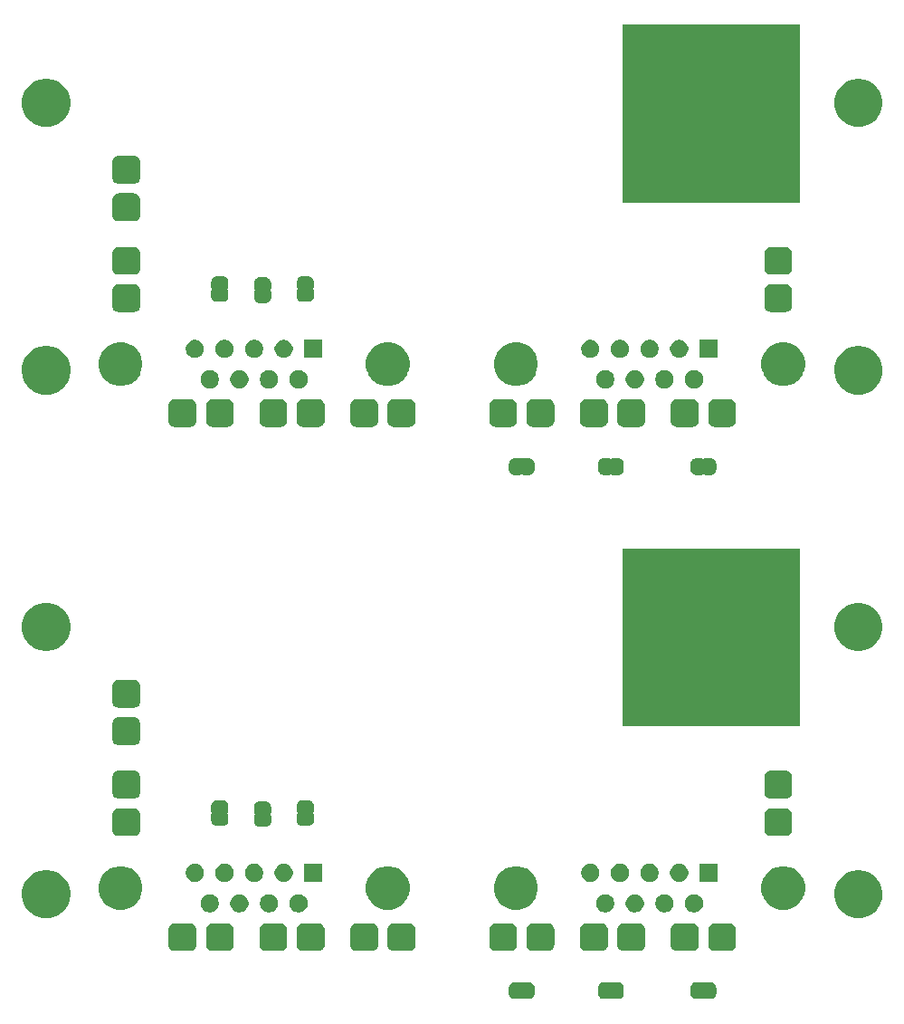
<source format=gbs>
G04 #@! TF.GenerationSoftware,KiCad,Pcbnew,(5.1.5)-3*
G04 #@! TF.CreationDate,2020-05-09T11:27:17+02:00*
G04 #@! TF.ProjectId,ICHaus,49434861-7573-42e6-9b69-6361645f7063,rev?*
G04 #@! TF.SameCoordinates,PX6422c40PYa6e49c0*
G04 #@! TF.FileFunction,Soldermask,Bot*
G04 #@! TF.FilePolarity,Negative*
%FSLAX46Y46*%
G04 Gerber Fmt 4.6, Leading zero omitted, Abs format (unit mm)*
G04 Created by KiCad (PCBNEW (5.1.5)-3) date 2020-05-09 11:27:17*
%MOMM*%
%LPD*%
G04 APERTURE LIST*
%ADD10C,0.100000*%
G04 APERTURE END LIST*
D10*
G36*
X-9950000Y93300000D02*
G01*
X-9950000Y76700000D01*
X-26550000Y76700000D01*
X-26550000Y93300000D01*
X-9950000Y93300000D01*
G37*
G36*
X-9950000Y44300000D02*
G01*
X-9950000Y27700000D01*
X-26550000Y27700000D01*
X-26550000Y44300000D01*
X-9950000Y44300000D01*
G37*
G36*
X-19140001Y3800263D02*
G01*
X-19130392Y3797348D01*
X-19121528Y3792610D01*
X-19113763Y3786237D01*
X-19103552Y3773794D01*
X-19096622Y3763425D01*
X-19079295Y3746098D01*
X-19058920Y3732485D01*
X-19036280Y3723109D01*
X-19012247Y3718329D01*
X-18987743Y3718330D01*
X-18963710Y3723112D01*
X-18941071Y3732490D01*
X-18920698Y3746105D01*
X-18903371Y3763432D01*
X-18896442Y3773802D01*
X-18886237Y3786237D01*
X-18878472Y3792610D01*
X-18869608Y3797348D01*
X-18859999Y3800263D01*
X-18843860Y3801852D01*
X-18356139Y3801852D01*
X-18337801Y3800046D01*
X-18325550Y3799444D01*
X-18307131Y3799444D01*
X-18284851Y3797250D01*
X-18200767Y3780524D01*
X-18179340Y3774024D01*
X-18100142Y3741220D01*
X-18094697Y3738309D01*
X-18094691Y3738307D01*
X-18085831Y3733571D01*
X-18085827Y3733568D01*
X-18080386Y3730660D01*
X-18009101Y3683029D01*
X-17991796Y3668828D01*
X-17931172Y3608204D01*
X-17916971Y3590899D01*
X-17869340Y3519614D01*
X-17866432Y3514173D01*
X-17866429Y3514169D01*
X-17861693Y3505309D01*
X-17861691Y3505303D01*
X-17858780Y3499858D01*
X-17825976Y3420660D01*
X-17819476Y3399233D01*
X-17802750Y3315149D01*
X-17800556Y3292869D01*
X-17800556Y3274450D01*
X-17799954Y3262199D01*
X-17798148Y3243861D01*
X-17798148Y2756138D01*
X-17799954Y2737801D01*
X-17800556Y2725550D01*
X-17800556Y2707131D01*
X-17802750Y2684851D01*
X-17819476Y2600767D01*
X-17825976Y2579340D01*
X-17858780Y2500142D01*
X-17861691Y2494697D01*
X-17861693Y2494691D01*
X-17866429Y2485831D01*
X-17866432Y2485827D01*
X-17869340Y2480386D01*
X-17916971Y2409101D01*
X-17931172Y2391796D01*
X-17991796Y2331172D01*
X-18009101Y2316971D01*
X-18080386Y2269340D01*
X-18085827Y2266432D01*
X-18085831Y2266429D01*
X-18094691Y2261693D01*
X-18094697Y2261691D01*
X-18100142Y2258780D01*
X-18179340Y2225976D01*
X-18200767Y2219476D01*
X-18284851Y2202750D01*
X-18307131Y2200556D01*
X-18325550Y2200556D01*
X-18337801Y2199954D01*
X-18356138Y2198148D01*
X-18843860Y2198148D01*
X-18859999Y2199737D01*
X-18869608Y2202652D01*
X-18878472Y2207390D01*
X-18886237Y2213763D01*
X-18896448Y2226206D01*
X-18903378Y2236575D01*
X-18920705Y2253902D01*
X-18941080Y2267515D01*
X-18963720Y2276891D01*
X-18987753Y2281671D01*
X-19012257Y2281670D01*
X-19036290Y2276888D01*
X-19058929Y2267510D01*
X-19079302Y2253895D01*
X-19096629Y2236568D01*
X-19103558Y2226198D01*
X-19113763Y2213763D01*
X-19121528Y2207390D01*
X-19130392Y2202652D01*
X-19140001Y2199737D01*
X-19156140Y2198148D01*
X-19643862Y2198148D01*
X-19662199Y2199954D01*
X-19674450Y2200556D01*
X-19692869Y2200556D01*
X-19715149Y2202750D01*
X-19799233Y2219476D01*
X-19820660Y2225976D01*
X-19899858Y2258780D01*
X-19905303Y2261691D01*
X-19905309Y2261693D01*
X-19914169Y2266429D01*
X-19914173Y2266432D01*
X-19919614Y2269340D01*
X-19990899Y2316971D01*
X-20008204Y2331172D01*
X-20068828Y2391796D01*
X-20083029Y2409101D01*
X-20130660Y2480386D01*
X-20133568Y2485827D01*
X-20133571Y2485831D01*
X-20138307Y2494691D01*
X-20138309Y2494697D01*
X-20141220Y2500142D01*
X-20174024Y2579340D01*
X-20180524Y2600767D01*
X-20197250Y2684851D01*
X-20199444Y2707131D01*
X-20199444Y2725550D01*
X-20200046Y2737801D01*
X-20201852Y2756138D01*
X-20201852Y3243861D01*
X-20200046Y3262199D01*
X-20199444Y3274450D01*
X-20199444Y3292869D01*
X-20197250Y3315149D01*
X-20180524Y3399233D01*
X-20174024Y3420660D01*
X-20141220Y3499858D01*
X-20138309Y3505303D01*
X-20138307Y3505309D01*
X-20133571Y3514169D01*
X-20133568Y3514173D01*
X-20130660Y3519614D01*
X-20083029Y3590899D01*
X-20068828Y3608204D01*
X-20008204Y3668828D01*
X-19990899Y3683029D01*
X-19919614Y3730660D01*
X-19914173Y3733568D01*
X-19914169Y3733571D01*
X-19905309Y3738307D01*
X-19905303Y3738309D01*
X-19899858Y3741220D01*
X-19820660Y3774024D01*
X-19799233Y3780524D01*
X-19715149Y3797250D01*
X-19692869Y3799444D01*
X-19674450Y3799444D01*
X-19662199Y3800046D01*
X-19643861Y3801852D01*
X-19156140Y3801852D01*
X-19140001Y3800263D01*
G37*
G36*
X-27790001Y3800263D02*
G01*
X-27780392Y3797348D01*
X-27771528Y3792610D01*
X-27763763Y3786237D01*
X-27753552Y3773794D01*
X-27746622Y3763425D01*
X-27729295Y3746098D01*
X-27708920Y3732485D01*
X-27686280Y3723109D01*
X-27662247Y3718329D01*
X-27637743Y3718330D01*
X-27613710Y3723112D01*
X-27591071Y3732490D01*
X-27570698Y3746105D01*
X-27553371Y3763432D01*
X-27546442Y3773802D01*
X-27536237Y3786237D01*
X-27528472Y3792610D01*
X-27519608Y3797348D01*
X-27509999Y3800263D01*
X-27493860Y3801852D01*
X-27006139Y3801852D01*
X-26987801Y3800046D01*
X-26975550Y3799444D01*
X-26957131Y3799444D01*
X-26934851Y3797250D01*
X-26850767Y3780524D01*
X-26829340Y3774024D01*
X-26750142Y3741220D01*
X-26744697Y3738309D01*
X-26744691Y3738307D01*
X-26735831Y3733571D01*
X-26735827Y3733568D01*
X-26730386Y3730660D01*
X-26659101Y3683029D01*
X-26641796Y3668828D01*
X-26581172Y3608204D01*
X-26566971Y3590899D01*
X-26519340Y3519614D01*
X-26516432Y3514173D01*
X-26516429Y3514169D01*
X-26511693Y3505309D01*
X-26511691Y3505303D01*
X-26508780Y3499858D01*
X-26475976Y3420660D01*
X-26469476Y3399233D01*
X-26452750Y3315149D01*
X-26450556Y3292869D01*
X-26450556Y3274450D01*
X-26449954Y3262199D01*
X-26448148Y3243861D01*
X-26448148Y2756138D01*
X-26449954Y2737801D01*
X-26450556Y2725550D01*
X-26450556Y2707131D01*
X-26452750Y2684851D01*
X-26469476Y2600767D01*
X-26475976Y2579340D01*
X-26508780Y2500142D01*
X-26511691Y2494697D01*
X-26511693Y2494691D01*
X-26516429Y2485831D01*
X-26516432Y2485827D01*
X-26519340Y2480386D01*
X-26566971Y2409101D01*
X-26581172Y2391796D01*
X-26641796Y2331172D01*
X-26659101Y2316971D01*
X-26730386Y2269340D01*
X-26735827Y2266432D01*
X-26735831Y2266429D01*
X-26744691Y2261693D01*
X-26744697Y2261691D01*
X-26750142Y2258780D01*
X-26829340Y2225976D01*
X-26850767Y2219476D01*
X-26934851Y2202750D01*
X-26957131Y2200556D01*
X-26975550Y2200556D01*
X-26987801Y2199954D01*
X-27006138Y2198148D01*
X-27493860Y2198148D01*
X-27509999Y2199737D01*
X-27519608Y2202652D01*
X-27528472Y2207390D01*
X-27536237Y2213763D01*
X-27546448Y2226206D01*
X-27553378Y2236575D01*
X-27570705Y2253902D01*
X-27591080Y2267515D01*
X-27613720Y2276891D01*
X-27637753Y2281671D01*
X-27662257Y2281670D01*
X-27686290Y2276888D01*
X-27708929Y2267510D01*
X-27729302Y2253895D01*
X-27746629Y2236568D01*
X-27753558Y2226198D01*
X-27763763Y2213763D01*
X-27771528Y2207390D01*
X-27780392Y2202652D01*
X-27790001Y2199737D01*
X-27806140Y2198148D01*
X-28293862Y2198148D01*
X-28312199Y2199954D01*
X-28324450Y2200556D01*
X-28342869Y2200556D01*
X-28365149Y2202750D01*
X-28449233Y2219476D01*
X-28470660Y2225976D01*
X-28549858Y2258780D01*
X-28555303Y2261691D01*
X-28555309Y2261693D01*
X-28564169Y2266429D01*
X-28564173Y2266432D01*
X-28569614Y2269340D01*
X-28640899Y2316971D01*
X-28658204Y2331172D01*
X-28718828Y2391796D01*
X-28733029Y2409101D01*
X-28780660Y2480386D01*
X-28783568Y2485827D01*
X-28783571Y2485831D01*
X-28788307Y2494691D01*
X-28788309Y2494697D01*
X-28791220Y2500142D01*
X-28824024Y2579340D01*
X-28830524Y2600767D01*
X-28847250Y2684851D01*
X-28849444Y2707131D01*
X-28849444Y2725550D01*
X-28850046Y2737801D01*
X-28851852Y2756138D01*
X-28851852Y3243861D01*
X-28850046Y3262199D01*
X-28849444Y3274450D01*
X-28849444Y3292869D01*
X-28847250Y3315149D01*
X-28830524Y3399233D01*
X-28824024Y3420660D01*
X-28791220Y3499858D01*
X-28788309Y3505303D01*
X-28788307Y3505309D01*
X-28783571Y3514169D01*
X-28783568Y3514173D01*
X-28780660Y3519614D01*
X-28733029Y3590899D01*
X-28718828Y3608204D01*
X-28658204Y3668828D01*
X-28640899Y3683029D01*
X-28569614Y3730660D01*
X-28564173Y3733568D01*
X-28564169Y3733571D01*
X-28555309Y3738307D01*
X-28555303Y3738309D01*
X-28549858Y3741220D01*
X-28470660Y3774024D01*
X-28449233Y3780524D01*
X-28365149Y3797250D01*
X-28342869Y3799444D01*
X-28324450Y3799444D01*
X-28312199Y3800046D01*
X-28293861Y3801852D01*
X-27806140Y3801852D01*
X-27790001Y3800263D01*
G37*
G36*
X-36140001Y3800263D02*
G01*
X-36130392Y3797348D01*
X-36121528Y3792610D01*
X-36113763Y3786237D01*
X-36103552Y3773794D01*
X-36096622Y3763425D01*
X-36079295Y3746098D01*
X-36058920Y3732485D01*
X-36036280Y3723109D01*
X-36012247Y3718329D01*
X-35987743Y3718330D01*
X-35963710Y3723112D01*
X-35941071Y3732490D01*
X-35920698Y3746105D01*
X-35903371Y3763432D01*
X-35896442Y3773802D01*
X-35886237Y3786237D01*
X-35878472Y3792610D01*
X-35869608Y3797348D01*
X-35859999Y3800263D01*
X-35843860Y3801852D01*
X-35356139Y3801852D01*
X-35337801Y3800046D01*
X-35325550Y3799444D01*
X-35307131Y3799444D01*
X-35284851Y3797250D01*
X-35200767Y3780524D01*
X-35179340Y3774024D01*
X-35100142Y3741220D01*
X-35094697Y3738309D01*
X-35094691Y3738307D01*
X-35085831Y3733571D01*
X-35085827Y3733568D01*
X-35080386Y3730660D01*
X-35009101Y3683029D01*
X-34991796Y3668828D01*
X-34931172Y3608204D01*
X-34916971Y3590899D01*
X-34869340Y3519614D01*
X-34866432Y3514173D01*
X-34866429Y3514169D01*
X-34861693Y3505309D01*
X-34861691Y3505303D01*
X-34858780Y3499858D01*
X-34825976Y3420660D01*
X-34819476Y3399233D01*
X-34802750Y3315149D01*
X-34800556Y3292869D01*
X-34800556Y3274450D01*
X-34799954Y3262199D01*
X-34798148Y3243861D01*
X-34798148Y2756138D01*
X-34799954Y2737801D01*
X-34800556Y2725550D01*
X-34800556Y2707131D01*
X-34802750Y2684851D01*
X-34819476Y2600767D01*
X-34825976Y2579340D01*
X-34858780Y2500142D01*
X-34861691Y2494697D01*
X-34861693Y2494691D01*
X-34866429Y2485831D01*
X-34866432Y2485827D01*
X-34869340Y2480386D01*
X-34916971Y2409101D01*
X-34931172Y2391796D01*
X-34991796Y2331172D01*
X-35009101Y2316971D01*
X-35080386Y2269340D01*
X-35085827Y2266432D01*
X-35085831Y2266429D01*
X-35094691Y2261693D01*
X-35094697Y2261691D01*
X-35100142Y2258780D01*
X-35179340Y2225976D01*
X-35200767Y2219476D01*
X-35284851Y2202750D01*
X-35307131Y2200556D01*
X-35325550Y2200556D01*
X-35337801Y2199954D01*
X-35356138Y2198148D01*
X-35843860Y2198148D01*
X-35859999Y2199737D01*
X-35869608Y2202652D01*
X-35878472Y2207390D01*
X-35886237Y2213763D01*
X-35896448Y2226206D01*
X-35903378Y2236575D01*
X-35920705Y2253902D01*
X-35941080Y2267515D01*
X-35963720Y2276891D01*
X-35987753Y2281671D01*
X-36012257Y2281670D01*
X-36036290Y2276888D01*
X-36058929Y2267510D01*
X-36079302Y2253895D01*
X-36096629Y2236568D01*
X-36103558Y2226198D01*
X-36113763Y2213763D01*
X-36121528Y2207390D01*
X-36130392Y2202652D01*
X-36140001Y2199737D01*
X-36156140Y2198148D01*
X-36643862Y2198148D01*
X-36662199Y2199954D01*
X-36674450Y2200556D01*
X-36692869Y2200556D01*
X-36715149Y2202750D01*
X-36799233Y2219476D01*
X-36820660Y2225976D01*
X-36899858Y2258780D01*
X-36905303Y2261691D01*
X-36905309Y2261693D01*
X-36914169Y2266429D01*
X-36914173Y2266432D01*
X-36919614Y2269340D01*
X-36990899Y2316971D01*
X-37008204Y2331172D01*
X-37068828Y2391796D01*
X-37083029Y2409101D01*
X-37130660Y2480386D01*
X-37133568Y2485827D01*
X-37133571Y2485831D01*
X-37138307Y2494691D01*
X-37138309Y2494697D01*
X-37141220Y2500142D01*
X-37174024Y2579340D01*
X-37180524Y2600767D01*
X-37197250Y2684851D01*
X-37199444Y2707131D01*
X-37199444Y2725550D01*
X-37200046Y2737801D01*
X-37201852Y2756138D01*
X-37201852Y3243861D01*
X-37200046Y3262199D01*
X-37199444Y3274450D01*
X-37199444Y3292869D01*
X-37197250Y3315149D01*
X-37180524Y3399233D01*
X-37174024Y3420660D01*
X-37141220Y3499858D01*
X-37138309Y3505303D01*
X-37138307Y3505309D01*
X-37133571Y3514169D01*
X-37133568Y3514173D01*
X-37130660Y3519614D01*
X-37083029Y3590899D01*
X-37068828Y3608204D01*
X-37008204Y3668828D01*
X-36990899Y3683029D01*
X-36919614Y3730660D01*
X-36914173Y3733568D01*
X-36914169Y3733571D01*
X-36905309Y3738307D01*
X-36905303Y3738309D01*
X-36899858Y3741220D01*
X-36820660Y3774024D01*
X-36799233Y3780524D01*
X-36715149Y3797250D01*
X-36692869Y3799444D01*
X-36674450Y3799444D01*
X-36662199Y3800046D01*
X-36643861Y3801852D01*
X-36156140Y3801852D01*
X-36140001Y3800263D01*
G37*
G36*
X-36922407Y9289109D02*
G01*
X-36812211Y9255681D01*
X-36710662Y9201402D01*
X-36621649Y9128351D01*
X-36548598Y9039338D01*
X-36494319Y8937789D01*
X-36460891Y8827593D01*
X-36449000Y8706860D01*
X-36449000Y7293140D01*
X-36460891Y7172407D01*
X-36494319Y7062211D01*
X-36548598Y6960662D01*
X-36621649Y6871649D01*
X-36710662Y6798598D01*
X-36812211Y6744319D01*
X-36922407Y6710891D01*
X-37043140Y6699000D01*
X-38456860Y6699000D01*
X-38577593Y6710891D01*
X-38687789Y6744319D01*
X-38789338Y6798598D01*
X-38878351Y6871649D01*
X-38951402Y6960662D01*
X-39005681Y7062211D01*
X-39039109Y7172407D01*
X-39051000Y7293140D01*
X-39051000Y8706860D01*
X-39039109Y8827593D01*
X-39005681Y8937789D01*
X-38951402Y9039338D01*
X-38878351Y9128351D01*
X-38789338Y9201402D01*
X-38687789Y9255681D01*
X-38577593Y9289109D01*
X-38456860Y9301000D01*
X-37043140Y9301000D01*
X-36922407Y9289109D01*
G37*
G36*
X-16422407Y9289109D02*
G01*
X-16312211Y9255681D01*
X-16210662Y9201402D01*
X-16121649Y9128351D01*
X-16048598Y9039338D01*
X-15994319Y8937789D01*
X-15960891Y8827593D01*
X-15949000Y8706860D01*
X-15949000Y7293140D01*
X-15960891Y7172407D01*
X-15994319Y7062211D01*
X-16048598Y6960662D01*
X-16121649Y6871649D01*
X-16210662Y6798598D01*
X-16312211Y6744319D01*
X-16422407Y6710891D01*
X-16543140Y6699000D01*
X-17956860Y6699000D01*
X-18077593Y6710891D01*
X-18187789Y6744319D01*
X-18289338Y6798598D01*
X-18378351Y6871649D01*
X-18451402Y6960662D01*
X-18505681Y7062211D01*
X-18539109Y7172407D01*
X-18551000Y7293140D01*
X-18551000Y8706860D01*
X-18539109Y8827593D01*
X-18505681Y8937789D01*
X-18451402Y9039338D01*
X-18378351Y9128351D01*
X-18289338Y9201402D01*
X-18187789Y9255681D01*
X-18077593Y9289109D01*
X-17956860Y9301000D01*
X-16543140Y9301000D01*
X-16422407Y9289109D01*
G37*
G36*
X-19922407Y9289109D02*
G01*
X-19812211Y9255681D01*
X-19710662Y9201402D01*
X-19621649Y9128351D01*
X-19548598Y9039338D01*
X-19494319Y8937789D01*
X-19460891Y8827593D01*
X-19449000Y8706860D01*
X-19449000Y7293140D01*
X-19460891Y7172407D01*
X-19494319Y7062211D01*
X-19548598Y6960662D01*
X-19621649Y6871649D01*
X-19710662Y6798598D01*
X-19812211Y6744319D01*
X-19922407Y6710891D01*
X-20043140Y6699000D01*
X-21456860Y6699000D01*
X-21577593Y6710891D01*
X-21687789Y6744319D01*
X-21789338Y6798598D01*
X-21878351Y6871649D01*
X-21951402Y6960662D01*
X-22005681Y7062211D01*
X-22039109Y7172407D01*
X-22051000Y7293140D01*
X-22051000Y8706860D01*
X-22039109Y8827593D01*
X-22005681Y8937789D01*
X-21951402Y9039338D01*
X-21878351Y9128351D01*
X-21789338Y9201402D01*
X-21687789Y9255681D01*
X-21577593Y9289109D01*
X-21456860Y9301000D01*
X-20043140Y9301000D01*
X-19922407Y9289109D01*
G37*
G36*
X-24922407Y9289109D02*
G01*
X-24812211Y9255681D01*
X-24710662Y9201402D01*
X-24621649Y9128351D01*
X-24548598Y9039338D01*
X-24494319Y8937789D01*
X-24460891Y8827593D01*
X-24449000Y8706860D01*
X-24449000Y7293140D01*
X-24460891Y7172407D01*
X-24494319Y7062211D01*
X-24548598Y6960662D01*
X-24621649Y6871649D01*
X-24710662Y6798598D01*
X-24812211Y6744319D01*
X-24922407Y6710891D01*
X-25043140Y6699000D01*
X-26456860Y6699000D01*
X-26577593Y6710891D01*
X-26687789Y6744319D01*
X-26789338Y6798598D01*
X-26878351Y6871649D01*
X-26951402Y6960662D01*
X-27005681Y7062211D01*
X-27039109Y7172407D01*
X-27051000Y7293140D01*
X-27051000Y8706860D01*
X-27039109Y8827593D01*
X-27005681Y8937789D01*
X-26951402Y9039338D01*
X-26878351Y9128351D01*
X-26789338Y9201402D01*
X-26687789Y9255681D01*
X-26577593Y9289109D01*
X-26456860Y9301000D01*
X-25043140Y9301000D01*
X-24922407Y9289109D01*
G37*
G36*
X-28422407Y9289109D02*
G01*
X-28312211Y9255681D01*
X-28210662Y9201402D01*
X-28121649Y9128351D01*
X-28048598Y9039338D01*
X-27994319Y8937789D01*
X-27960891Y8827593D01*
X-27949000Y8706860D01*
X-27949000Y7293140D01*
X-27960891Y7172407D01*
X-27994319Y7062211D01*
X-28048598Y6960662D01*
X-28121649Y6871649D01*
X-28210662Y6798598D01*
X-28312211Y6744319D01*
X-28422407Y6710891D01*
X-28543140Y6699000D01*
X-29956860Y6699000D01*
X-30077593Y6710891D01*
X-30187789Y6744319D01*
X-30289338Y6798598D01*
X-30378351Y6871649D01*
X-30451402Y6960662D01*
X-30505681Y7062211D01*
X-30539109Y7172407D01*
X-30551000Y7293140D01*
X-30551000Y8706860D01*
X-30539109Y8827593D01*
X-30505681Y8937789D01*
X-30451402Y9039338D01*
X-30378351Y9128351D01*
X-30289338Y9201402D01*
X-30187789Y9255681D01*
X-30077593Y9289109D01*
X-29956860Y9301000D01*
X-28543140Y9301000D01*
X-28422407Y9289109D01*
G37*
G36*
X-46422407Y9289109D02*
G01*
X-46312211Y9255681D01*
X-46210662Y9201402D01*
X-46121649Y9128351D01*
X-46048598Y9039338D01*
X-45994319Y8937789D01*
X-45960891Y8827593D01*
X-45949000Y8706860D01*
X-45949000Y7293140D01*
X-45960891Y7172407D01*
X-45994319Y7062211D01*
X-46048598Y6960662D01*
X-46121649Y6871649D01*
X-46210662Y6798598D01*
X-46312211Y6744319D01*
X-46422407Y6710891D01*
X-46543140Y6699000D01*
X-47956860Y6699000D01*
X-48077593Y6710891D01*
X-48187789Y6744319D01*
X-48289338Y6798598D01*
X-48378351Y6871649D01*
X-48451402Y6960662D01*
X-48505681Y7062211D01*
X-48539109Y7172407D01*
X-48551000Y7293140D01*
X-48551000Y8706860D01*
X-48539109Y8827593D01*
X-48505681Y8937789D01*
X-48451402Y9039338D01*
X-48378351Y9128351D01*
X-48289338Y9201402D01*
X-48187789Y9255681D01*
X-48077593Y9289109D01*
X-47956860Y9301000D01*
X-46543140Y9301000D01*
X-46422407Y9289109D01*
G37*
G36*
X-49922407Y9289109D02*
G01*
X-49812211Y9255681D01*
X-49710662Y9201402D01*
X-49621649Y9128351D01*
X-49548598Y9039338D01*
X-49494319Y8937789D01*
X-49460891Y8827593D01*
X-49449000Y8706860D01*
X-49449000Y7293140D01*
X-49460891Y7172407D01*
X-49494319Y7062211D01*
X-49548598Y6960662D01*
X-49621649Y6871649D01*
X-49710662Y6798598D01*
X-49812211Y6744319D01*
X-49922407Y6710891D01*
X-50043140Y6699000D01*
X-51456860Y6699000D01*
X-51577593Y6710891D01*
X-51687789Y6744319D01*
X-51789338Y6798598D01*
X-51878351Y6871649D01*
X-51951402Y6960662D01*
X-52005681Y7062211D01*
X-52039109Y7172407D01*
X-52051000Y7293140D01*
X-52051000Y8706860D01*
X-52039109Y8827593D01*
X-52005681Y8937789D01*
X-51951402Y9039338D01*
X-51878351Y9128351D01*
X-51789338Y9201402D01*
X-51687789Y9255681D01*
X-51577593Y9289109D01*
X-51456860Y9301000D01*
X-50043140Y9301000D01*
X-49922407Y9289109D01*
G37*
G36*
X-33422407Y9289109D02*
G01*
X-33312211Y9255681D01*
X-33210662Y9201402D01*
X-33121649Y9128351D01*
X-33048598Y9039338D01*
X-32994319Y8937789D01*
X-32960891Y8827593D01*
X-32949000Y8706860D01*
X-32949000Y7293140D01*
X-32960891Y7172407D01*
X-32994319Y7062211D01*
X-33048598Y6960662D01*
X-33121649Y6871649D01*
X-33210662Y6798598D01*
X-33312211Y6744319D01*
X-33422407Y6710891D01*
X-33543140Y6699000D01*
X-34956860Y6699000D01*
X-35077593Y6710891D01*
X-35187789Y6744319D01*
X-35289338Y6798598D01*
X-35378351Y6871649D01*
X-35451402Y6960662D01*
X-35505681Y7062211D01*
X-35539109Y7172407D01*
X-35551000Y7293140D01*
X-35551000Y8706860D01*
X-35539109Y8827593D01*
X-35505681Y8937789D01*
X-35451402Y9039338D01*
X-35378351Y9128351D01*
X-35289338Y9201402D01*
X-35187789Y9255681D01*
X-35077593Y9289109D01*
X-34956860Y9301000D01*
X-33543140Y9301000D01*
X-33422407Y9289109D01*
G37*
G36*
X-66922407Y9289109D02*
G01*
X-66812211Y9255681D01*
X-66710662Y9201402D01*
X-66621649Y9128351D01*
X-66548598Y9039338D01*
X-66494319Y8937789D01*
X-66460891Y8827593D01*
X-66449000Y8706860D01*
X-66449000Y7293140D01*
X-66460891Y7172407D01*
X-66494319Y7062211D01*
X-66548598Y6960662D01*
X-66621649Y6871649D01*
X-66710662Y6798598D01*
X-66812211Y6744319D01*
X-66922407Y6710891D01*
X-67043140Y6699000D01*
X-68456860Y6699000D01*
X-68577593Y6710891D01*
X-68687789Y6744319D01*
X-68789338Y6798598D01*
X-68878351Y6871649D01*
X-68951402Y6960662D01*
X-69005681Y7062211D01*
X-69039109Y7172407D01*
X-69051000Y7293140D01*
X-69051000Y8706860D01*
X-69039109Y8827593D01*
X-69005681Y8937789D01*
X-68951402Y9039338D01*
X-68878351Y9128351D01*
X-68789338Y9201402D01*
X-68687789Y9255681D01*
X-68577593Y9289109D01*
X-68456860Y9301000D01*
X-67043140Y9301000D01*
X-66922407Y9289109D01*
G37*
G36*
X-63422407Y9289109D02*
G01*
X-63312211Y9255681D01*
X-63210662Y9201402D01*
X-63121649Y9128351D01*
X-63048598Y9039338D01*
X-62994319Y8937789D01*
X-62960891Y8827593D01*
X-62949000Y8706860D01*
X-62949000Y7293140D01*
X-62960891Y7172407D01*
X-62994319Y7062211D01*
X-63048598Y6960662D01*
X-63121649Y6871649D01*
X-63210662Y6798598D01*
X-63312211Y6744319D01*
X-63422407Y6710891D01*
X-63543140Y6699000D01*
X-64956860Y6699000D01*
X-65077593Y6710891D01*
X-65187789Y6744319D01*
X-65289338Y6798598D01*
X-65378351Y6871649D01*
X-65451402Y6960662D01*
X-65505681Y7062211D01*
X-65539109Y7172407D01*
X-65551000Y7293140D01*
X-65551000Y8706860D01*
X-65539109Y8827593D01*
X-65505681Y8937789D01*
X-65451402Y9039338D01*
X-65378351Y9128351D01*
X-65289338Y9201402D01*
X-65187789Y9255681D01*
X-65077593Y9289109D01*
X-64956860Y9301000D01*
X-63543140Y9301000D01*
X-63422407Y9289109D01*
G37*
G36*
X-58422407Y9289109D02*
G01*
X-58312211Y9255681D01*
X-58210662Y9201402D01*
X-58121649Y9128351D01*
X-58048598Y9039338D01*
X-57994319Y8937789D01*
X-57960891Y8827593D01*
X-57949000Y8706860D01*
X-57949000Y7293140D01*
X-57960891Y7172407D01*
X-57994319Y7062211D01*
X-58048598Y6960662D01*
X-58121649Y6871649D01*
X-58210662Y6798598D01*
X-58312211Y6744319D01*
X-58422407Y6710891D01*
X-58543140Y6699000D01*
X-59956860Y6699000D01*
X-60077593Y6710891D01*
X-60187789Y6744319D01*
X-60289338Y6798598D01*
X-60378351Y6871649D01*
X-60451402Y6960662D01*
X-60505681Y7062211D01*
X-60539109Y7172407D01*
X-60551000Y7293140D01*
X-60551000Y8706860D01*
X-60539109Y8827593D01*
X-60505681Y8937789D01*
X-60451402Y9039338D01*
X-60378351Y9128351D01*
X-60289338Y9201402D01*
X-60187789Y9255681D01*
X-60077593Y9289109D01*
X-59956860Y9301000D01*
X-58543140Y9301000D01*
X-58422407Y9289109D01*
G37*
G36*
X-54922407Y9289109D02*
G01*
X-54812211Y9255681D01*
X-54710662Y9201402D01*
X-54621649Y9128351D01*
X-54548598Y9039338D01*
X-54494319Y8937789D01*
X-54460891Y8827593D01*
X-54449000Y8706860D01*
X-54449000Y7293140D01*
X-54460891Y7172407D01*
X-54494319Y7062211D01*
X-54548598Y6960662D01*
X-54621649Y6871649D01*
X-54710662Y6798598D01*
X-54812211Y6744319D01*
X-54922407Y6710891D01*
X-55043140Y6699000D01*
X-56456860Y6699000D01*
X-56577593Y6710891D01*
X-56687789Y6744319D01*
X-56789338Y6798598D01*
X-56878351Y6871649D01*
X-56951402Y6960662D01*
X-57005681Y7062211D01*
X-57039109Y7172407D01*
X-57051000Y7293140D01*
X-57051000Y8706860D01*
X-57039109Y8827593D01*
X-57005681Y8937789D01*
X-56951402Y9039338D01*
X-56878351Y9128351D01*
X-56789338Y9201402D01*
X-56687789Y9255681D01*
X-56577593Y9289109D01*
X-56456860Y9301000D01*
X-55043140Y9301000D01*
X-54922407Y9289109D01*
G37*
G36*
X-80061047Y14206767D02*
G01*
X-79843699Y14163534D01*
X-79434225Y13993924D01*
X-79065708Y13747689D01*
X-78752311Y13434292D01*
X-78506076Y13065775D01*
X-78506075Y13065773D01*
X-78336466Y12656300D01*
X-78250000Y12221607D01*
X-78250000Y11778393D01*
X-78292825Y11563100D01*
X-78336466Y11343699D01*
X-78506076Y10934225D01*
X-78752311Y10565708D01*
X-79065708Y10252311D01*
X-79434225Y10006076D01*
X-79843699Y9836466D01*
X-80278393Y9750000D01*
X-80721607Y9750000D01*
X-81156301Y9836466D01*
X-81565775Y10006076D01*
X-81934292Y10252311D01*
X-82247689Y10565708D01*
X-82493924Y10934225D01*
X-82663534Y11343699D01*
X-82707175Y11563100D01*
X-82750000Y11778393D01*
X-82750000Y12221607D01*
X-82663534Y12656300D01*
X-82493925Y13065773D01*
X-82493924Y13065775D01*
X-82247689Y13434292D01*
X-81934292Y13747689D01*
X-81565775Y13993924D01*
X-81156301Y14163534D01*
X-80938953Y14206767D01*
X-80721607Y14250000D01*
X-80278393Y14250000D01*
X-80061047Y14206767D01*
G37*
G36*
X-4061047Y14206767D02*
G01*
X-3843699Y14163534D01*
X-3434225Y13993924D01*
X-3065708Y13747689D01*
X-2752311Y13434292D01*
X-2506076Y13065775D01*
X-2506075Y13065773D01*
X-2336466Y12656300D01*
X-2250000Y12221607D01*
X-2250000Y11778393D01*
X-2292825Y11563100D01*
X-2336466Y11343699D01*
X-2506076Y10934225D01*
X-2752311Y10565708D01*
X-3065708Y10252311D01*
X-3434225Y10006076D01*
X-3843699Y9836466D01*
X-4278393Y9750000D01*
X-4721607Y9750000D01*
X-5156301Y9836466D01*
X-5565775Y10006076D01*
X-5934292Y10252311D01*
X-6247689Y10565708D01*
X-6493924Y10934225D01*
X-6663534Y11343699D01*
X-6707175Y11563100D01*
X-6750000Y11778393D01*
X-6750000Y12221607D01*
X-6663534Y12656300D01*
X-6493925Y13065773D01*
X-6493924Y13065775D01*
X-6247689Y13434292D01*
X-5934292Y13747689D01*
X-5565775Y13993924D01*
X-5156301Y14163534D01*
X-4938953Y14206767D01*
X-4721607Y14250000D01*
X-4278393Y14250000D01*
X-4061047Y14206767D01*
G37*
G36*
X-19636772Y11978297D02*
G01*
X-19481900Y11914147D01*
X-19342519Y11821015D01*
X-19223985Y11702481D01*
X-19130853Y11563100D01*
X-19066703Y11408228D01*
X-19034000Y11243816D01*
X-19034000Y11076184D01*
X-19066703Y10911772D01*
X-19130853Y10756900D01*
X-19223985Y10617519D01*
X-19342519Y10498985D01*
X-19481900Y10405853D01*
X-19636772Y10341703D01*
X-19801184Y10309000D01*
X-19968816Y10309000D01*
X-20133228Y10341703D01*
X-20288100Y10405853D01*
X-20427481Y10498985D01*
X-20546015Y10617519D01*
X-20639147Y10756900D01*
X-20703297Y10911772D01*
X-20736000Y11076184D01*
X-20736000Y11243816D01*
X-20703297Y11408228D01*
X-20639147Y11563100D01*
X-20546015Y11702481D01*
X-20427481Y11821015D01*
X-20288100Y11914147D01*
X-20133228Y11978297D01*
X-19968816Y12011000D01*
X-19801184Y12011000D01*
X-19636772Y11978297D01*
G37*
G36*
X-62176772Y11978297D02*
G01*
X-62021900Y11914147D01*
X-61882519Y11821015D01*
X-61763985Y11702481D01*
X-61670853Y11563100D01*
X-61606703Y11408228D01*
X-61574000Y11243816D01*
X-61574000Y11076184D01*
X-61606703Y10911772D01*
X-61670853Y10756900D01*
X-61763985Y10617519D01*
X-61882519Y10498985D01*
X-62021900Y10405853D01*
X-62176772Y10341703D01*
X-62341184Y10309000D01*
X-62508816Y10309000D01*
X-62673228Y10341703D01*
X-62828100Y10405853D01*
X-62967481Y10498985D01*
X-63086015Y10617519D01*
X-63179147Y10756900D01*
X-63243297Y10911772D01*
X-63276000Y11076184D01*
X-63276000Y11243816D01*
X-63243297Y11408228D01*
X-63179147Y11563100D01*
X-63086015Y11702481D01*
X-62967481Y11821015D01*
X-62828100Y11914147D01*
X-62673228Y11978297D01*
X-62508816Y12011000D01*
X-62341184Y12011000D01*
X-62176772Y11978297D01*
G37*
G36*
X-59406772Y11978297D02*
G01*
X-59251900Y11914147D01*
X-59112519Y11821015D01*
X-58993985Y11702481D01*
X-58900853Y11563100D01*
X-58836703Y11408228D01*
X-58804000Y11243816D01*
X-58804000Y11076184D01*
X-58836703Y10911772D01*
X-58900853Y10756900D01*
X-58993985Y10617519D01*
X-59112519Y10498985D01*
X-59251900Y10405853D01*
X-59406772Y10341703D01*
X-59571184Y10309000D01*
X-59738816Y10309000D01*
X-59903228Y10341703D01*
X-60058100Y10405853D01*
X-60197481Y10498985D01*
X-60316015Y10617519D01*
X-60409147Y10756900D01*
X-60473297Y10911772D01*
X-60506000Y11076184D01*
X-60506000Y11243816D01*
X-60473297Y11408228D01*
X-60409147Y11563100D01*
X-60316015Y11702481D01*
X-60197481Y11821015D01*
X-60058100Y11914147D01*
X-59903228Y11978297D01*
X-59738816Y12011000D01*
X-59571184Y12011000D01*
X-59406772Y11978297D01*
G37*
G36*
X-56636772Y11978297D02*
G01*
X-56481900Y11914147D01*
X-56342519Y11821015D01*
X-56223985Y11702481D01*
X-56130853Y11563100D01*
X-56066703Y11408228D01*
X-56034000Y11243816D01*
X-56034000Y11076184D01*
X-56066703Y10911772D01*
X-56130853Y10756900D01*
X-56223985Y10617519D01*
X-56342519Y10498985D01*
X-56481900Y10405853D01*
X-56636772Y10341703D01*
X-56801184Y10309000D01*
X-56968816Y10309000D01*
X-57133228Y10341703D01*
X-57288100Y10405853D01*
X-57427481Y10498985D01*
X-57546015Y10617519D01*
X-57639147Y10756900D01*
X-57703297Y10911772D01*
X-57736000Y11076184D01*
X-57736000Y11243816D01*
X-57703297Y11408228D01*
X-57639147Y11563100D01*
X-57546015Y11702481D01*
X-57427481Y11821015D01*
X-57288100Y11914147D01*
X-57133228Y11978297D01*
X-56968816Y12011000D01*
X-56801184Y12011000D01*
X-56636772Y11978297D01*
G37*
G36*
X-27946772Y11978297D02*
G01*
X-27791900Y11914147D01*
X-27652519Y11821015D01*
X-27533985Y11702481D01*
X-27440853Y11563100D01*
X-27376703Y11408228D01*
X-27344000Y11243816D01*
X-27344000Y11076184D01*
X-27376703Y10911772D01*
X-27440853Y10756900D01*
X-27533985Y10617519D01*
X-27652519Y10498985D01*
X-27791900Y10405853D01*
X-27946772Y10341703D01*
X-28111184Y10309000D01*
X-28278816Y10309000D01*
X-28443228Y10341703D01*
X-28598100Y10405853D01*
X-28737481Y10498985D01*
X-28856015Y10617519D01*
X-28949147Y10756900D01*
X-29013297Y10911772D01*
X-29046000Y11076184D01*
X-29046000Y11243816D01*
X-29013297Y11408228D01*
X-28949147Y11563100D01*
X-28856015Y11702481D01*
X-28737481Y11821015D01*
X-28598100Y11914147D01*
X-28443228Y11978297D01*
X-28278816Y12011000D01*
X-28111184Y12011000D01*
X-27946772Y11978297D01*
G37*
G36*
X-25176772Y11978297D02*
G01*
X-25021900Y11914147D01*
X-24882519Y11821015D01*
X-24763985Y11702481D01*
X-24670853Y11563100D01*
X-24606703Y11408228D01*
X-24574000Y11243816D01*
X-24574000Y11076184D01*
X-24606703Y10911772D01*
X-24670853Y10756900D01*
X-24763985Y10617519D01*
X-24882519Y10498985D01*
X-25021900Y10405853D01*
X-25176772Y10341703D01*
X-25341184Y10309000D01*
X-25508816Y10309000D01*
X-25673228Y10341703D01*
X-25828100Y10405853D01*
X-25967481Y10498985D01*
X-26086015Y10617519D01*
X-26179147Y10756900D01*
X-26243297Y10911772D01*
X-26276000Y11076184D01*
X-26276000Y11243816D01*
X-26243297Y11408228D01*
X-26179147Y11563100D01*
X-26086015Y11702481D01*
X-25967481Y11821015D01*
X-25828100Y11914147D01*
X-25673228Y11978297D01*
X-25508816Y12011000D01*
X-25341184Y12011000D01*
X-25176772Y11978297D01*
G37*
G36*
X-22406772Y11978297D02*
G01*
X-22251900Y11914147D01*
X-22112519Y11821015D01*
X-21993985Y11702481D01*
X-21900853Y11563100D01*
X-21836703Y11408228D01*
X-21804000Y11243816D01*
X-21804000Y11076184D01*
X-21836703Y10911772D01*
X-21900853Y10756900D01*
X-21993985Y10617519D01*
X-22112519Y10498985D01*
X-22251900Y10405853D01*
X-22406772Y10341703D01*
X-22571184Y10309000D01*
X-22738816Y10309000D01*
X-22903228Y10341703D01*
X-23058100Y10405853D01*
X-23197481Y10498985D01*
X-23316015Y10617519D01*
X-23409147Y10756900D01*
X-23473297Y10911772D01*
X-23506000Y11076184D01*
X-23506000Y11243816D01*
X-23473297Y11408228D01*
X-23409147Y11563100D01*
X-23316015Y11702481D01*
X-23197481Y11821015D01*
X-23058100Y11914147D01*
X-22903228Y11978297D01*
X-22738816Y12011000D01*
X-22571184Y12011000D01*
X-22406772Y11978297D01*
G37*
G36*
X-64946772Y11978297D02*
G01*
X-64791900Y11914147D01*
X-64652519Y11821015D01*
X-64533985Y11702481D01*
X-64440853Y11563100D01*
X-64376703Y11408228D01*
X-64344000Y11243816D01*
X-64344000Y11076184D01*
X-64376703Y10911772D01*
X-64440853Y10756900D01*
X-64533985Y10617519D01*
X-64652519Y10498985D01*
X-64791900Y10405853D01*
X-64946772Y10341703D01*
X-65111184Y10309000D01*
X-65278816Y10309000D01*
X-65443228Y10341703D01*
X-65598100Y10405853D01*
X-65737481Y10498985D01*
X-65856015Y10617519D01*
X-65949147Y10756900D01*
X-66013297Y10911772D01*
X-66046000Y11076184D01*
X-66046000Y11243816D01*
X-66013297Y11408228D01*
X-65949147Y11563100D01*
X-65856015Y11702481D01*
X-65737481Y11821015D01*
X-65598100Y11914147D01*
X-65443228Y11978297D01*
X-65278816Y12011000D01*
X-65111184Y12011000D01*
X-64946772Y11978297D01*
G37*
G36*
X-10941746Y14552182D02*
G01*
X-10581830Y14403100D01*
X-10568487Y14397573D01*
X-10232564Y14173116D01*
X-9946884Y13887436D01*
X-9856235Y13751771D01*
X-9722426Y13551511D01*
X-9567818Y13178254D01*
X-9489000Y12782007D01*
X-9489000Y12377993D01*
X-9567818Y11981746D01*
X-9683494Y11702480D01*
X-9722427Y11608487D01*
X-9946884Y11272564D01*
X-10232564Y10986884D01*
X-10568487Y10762427D01*
X-10568488Y10762426D01*
X-10568489Y10762426D01*
X-10941746Y10607818D01*
X-11337993Y10529000D01*
X-11742007Y10529000D01*
X-12138254Y10607818D01*
X-12511511Y10762426D01*
X-12511512Y10762426D01*
X-12511513Y10762427D01*
X-12847436Y10986884D01*
X-13133116Y11272564D01*
X-13357573Y11608487D01*
X-13396506Y11702480D01*
X-13512182Y11981746D01*
X-13591000Y12377993D01*
X-13591000Y12782007D01*
X-13512182Y13178254D01*
X-13357574Y13551511D01*
X-13223764Y13751771D01*
X-13133116Y13887436D01*
X-12847436Y14173116D01*
X-12511513Y14397573D01*
X-12498170Y14403100D01*
X-12138254Y14552182D01*
X-11742007Y14631000D01*
X-11337993Y14631000D01*
X-10941746Y14552182D01*
G37*
G36*
X-72941746Y14552182D02*
G01*
X-72581830Y14403100D01*
X-72568487Y14397573D01*
X-72232564Y14173116D01*
X-71946884Y13887436D01*
X-71856235Y13751771D01*
X-71722426Y13551511D01*
X-71567818Y13178254D01*
X-71489000Y12782007D01*
X-71489000Y12377993D01*
X-71567818Y11981746D01*
X-71683494Y11702480D01*
X-71722427Y11608487D01*
X-71946884Y11272564D01*
X-72232564Y10986884D01*
X-72568487Y10762427D01*
X-72568488Y10762426D01*
X-72568489Y10762426D01*
X-72941746Y10607818D01*
X-73337993Y10529000D01*
X-73742007Y10529000D01*
X-74138254Y10607818D01*
X-74511511Y10762426D01*
X-74511512Y10762426D01*
X-74511513Y10762427D01*
X-74847436Y10986884D01*
X-75133116Y11272564D01*
X-75357573Y11608487D01*
X-75396506Y11702480D01*
X-75512182Y11981746D01*
X-75591000Y12377993D01*
X-75591000Y12782007D01*
X-75512182Y13178254D01*
X-75357574Y13551511D01*
X-75223764Y13751771D01*
X-75133116Y13887436D01*
X-74847436Y14173116D01*
X-74511513Y14397573D01*
X-74498170Y14403100D01*
X-74138254Y14552182D01*
X-73742007Y14631000D01*
X-73337993Y14631000D01*
X-72941746Y14552182D01*
G37*
G36*
X-47941746Y14552182D02*
G01*
X-47581830Y14403100D01*
X-47568487Y14397573D01*
X-47232564Y14173116D01*
X-46946884Y13887436D01*
X-46856235Y13751771D01*
X-46722426Y13551511D01*
X-46567818Y13178254D01*
X-46489000Y12782007D01*
X-46489000Y12377993D01*
X-46567818Y11981746D01*
X-46683494Y11702480D01*
X-46722427Y11608487D01*
X-46946884Y11272564D01*
X-47232564Y10986884D01*
X-47568487Y10762427D01*
X-47568488Y10762426D01*
X-47568489Y10762426D01*
X-47941746Y10607818D01*
X-48337993Y10529000D01*
X-48742007Y10529000D01*
X-49138254Y10607818D01*
X-49511511Y10762426D01*
X-49511512Y10762426D01*
X-49511513Y10762427D01*
X-49847436Y10986884D01*
X-50133116Y11272564D01*
X-50357573Y11608487D01*
X-50396506Y11702480D01*
X-50512182Y11981746D01*
X-50591000Y12377993D01*
X-50591000Y12782007D01*
X-50512182Y13178254D01*
X-50357574Y13551511D01*
X-50223764Y13751771D01*
X-50133116Y13887436D01*
X-49847436Y14173116D01*
X-49511513Y14397573D01*
X-49498170Y14403100D01*
X-49138254Y14552182D01*
X-48742007Y14631000D01*
X-48337993Y14631000D01*
X-47941746Y14552182D01*
G37*
G36*
X-35941746Y14552182D02*
G01*
X-35581830Y14403100D01*
X-35568487Y14397573D01*
X-35232564Y14173116D01*
X-34946884Y13887436D01*
X-34856235Y13751771D01*
X-34722426Y13551511D01*
X-34567818Y13178254D01*
X-34489000Y12782007D01*
X-34489000Y12377993D01*
X-34567818Y11981746D01*
X-34683494Y11702480D01*
X-34722427Y11608487D01*
X-34946884Y11272564D01*
X-35232564Y10986884D01*
X-35568487Y10762427D01*
X-35568488Y10762426D01*
X-35568489Y10762426D01*
X-35941746Y10607818D01*
X-36337993Y10529000D01*
X-36742007Y10529000D01*
X-37138254Y10607818D01*
X-37511511Y10762426D01*
X-37511512Y10762426D01*
X-37511513Y10762427D01*
X-37847436Y10986884D01*
X-38133116Y11272564D01*
X-38357573Y11608487D01*
X-38396506Y11702480D01*
X-38512182Y11981746D01*
X-38591000Y12377993D01*
X-38591000Y12782007D01*
X-38512182Y13178254D01*
X-38357574Y13551511D01*
X-38223764Y13751771D01*
X-38133116Y13887436D01*
X-37847436Y14173116D01*
X-37511513Y14397573D01*
X-37498170Y14403100D01*
X-37138254Y14552182D01*
X-36742007Y14631000D01*
X-36337993Y14631000D01*
X-35941746Y14552182D01*
G37*
G36*
X-21021772Y14818297D02*
G01*
X-20866900Y14754147D01*
X-20727519Y14661015D01*
X-20608985Y14542481D01*
X-20515853Y14403100D01*
X-20451703Y14248228D01*
X-20419000Y14083816D01*
X-20419000Y13916184D01*
X-20451703Y13751772D01*
X-20515853Y13596900D01*
X-20608985Y13457519D01*
X-20727519Y13338985D01*
X-20866900Y13245853D01*
X-21021772Y13181703D01*
X-21186184Y13149000D01*
X-21353816Y13149000D01*
X-21518228Y13181703D01*
X-21673100Y13245853D01*
X-21812481Y13338985D01*
X-21931015Y13457519D01*
X-22024147Y13596900D01*
X-22088297Y13751772D01*
X-22121000Y13916184D01*
X-22121000Y14083816D01*
X-22088297Y14248228D01*
X-22024147Y14403100D01*
X-21931015Y14542481D01*
X-21812481Y14661015D01*
X-21673100Y14754147D01*
X-21518228Y14818297D01*
X-21353816Y14851000D01*
X-21186184Y14851000D01*
X-21021772Y14818297D01*
G37*
G36*
X-60791772Y14818297D02*
G01*
X-60636900Y14754147D01*
X-60497519Y14661015D01*
X-60378985Y14542481D01*
X-60285853Y14403100D01*
X-60221703Y14248228D01*
X-60189000Y14083816D01*
X-60189000Y13916184D01*
X-60221703Y13751772D01*
X-60285853Y13596900D01*
X-60378985Y13457519D01*
X-60497519Y13338985D01*
X-60636900Y13245853D01*
X-60791772Y13181703D01*
X-60956184Y13149000D01*
X-61123816Y13149000D01*
X-61288228Y13181703D01*
X-61443100Y13245853D01*
X-61582481Y13338985D01*
X-61701015Y13457519D01*
X-61794147Y13596900D01*
X-61858297Y13751772D01*
X-61891000Y13916184D01*
X-61891000Y14083816D01*
X-61858297Y14248228D01*
X-61794147Y14403100D01*
X-61701015Y14542481D01*
X-61582481Y14661015D01*
X-61443100Y14754147D01*
X-61288228Y14818297D01*
X-61123816Y14851000D01*
X-60956184Y14851000D01*
X-60791772Y14818297D01*
G37*
G36*
X-63561772Y14818297D02*
G01*
X-63406900Y14754147D01*
X-63267519Y14661015D01*
X-63148985Y14542481D01*
X-63055853Y14403100D01*
X-62991703Y14248228D01*
X-62959000Y14083816D01*
X-62959000Y13916184D01*
X-62991703Y13751772D01*
X-63055853Y13596900D01*
X-63148985Y13457519D01*
X-63267519Y13338985D01*
X-63406900Y13245853D01*
X-63561772Y13181703D01*
X-63726184Y13149000D01*
X-63893816Y13149000D01*
X-64058228Y13181703D01*
X-64213100Y13245853D01*
X-64352481Y13338985D01*
X-64471015Y13457519D01*
X-64564147Y13596900D01*
X-64628297Y13751772D01*
X-64661000Y13916184D01*
X-64661000Y14083816D01*
X-64628297Y14248228D01*
X-64564147Y14403100D01*
X-64471015Y14542481D01*
X-64352481Y14661015D01*
X-64213100Y14754147D01*
X-64058228Y14818297D01*
X-63893816Y14851000D01*
X-63726184Y14851000D01*
X-63561772Y14818297D01*
G37*
G36*
X-66331772Y14818297D02*
G01*
X-66176900Y14754147D01*
X-66037519Y14661015D01*
X-65918985Y14542481D01*
X-65825853Y14403100D01*
X-65761703Y14248228D01*
X-65729000Y14083816D01*
X-65729000Y13916184D01*
X-65761703Y13751772D01*
X-65825853Y13596900D01*
X-65918985Y13457519D01*
X-66037519Y13338985D01*
X-66176900Y13245853D01*
X-66331772Y13181703D01*
X-66496184Y13149000D01*
X-66663816Y13149000D01*
X-66828228Y13181703D01*
X-66983100Y13245853D01*
X-67122481Y13338985D01*
X-67241015Y13457519D01*
X-67334147Y13596900D01*
X-67398297Y13751772D01*
X-67431000Y13916184D01*
X-67431000Y14083816D01*
X-67398297Y14248228D01*
X-67334147Y14403100D01*
X-67241015Y14542481D01*
X-67122481Y14661015D01*
X-66983100Y14754147D01*
X-66828228Y14818297D01*
X-66663816Y14851000D01*
X-66496184Y14851000D01*
X-66331772Y14818297D01*
G37*
G36*
X-54649000Y13149000D02*
G01*
X-56351000Y13149000D01*
X-56351000Y14851000D01*
X-54649000Y14851000D01*
X-54649000Y13149000D01*
G37*
G36*
X-58021772Y14818297D02*
G01*
X-57866900Y14754147D01*
X-57727519Y14661015D01*
X-57608985Y14542481D01*
X-57515853Y14403100D01*
X-57451703Y14248228D01*
X-57419000Y14083816D01*
X-57419000Y13916184D01*
X-57451703Y13751772D01*
X-57515853Y13596900D01*
X-57608985Y13457519D01*
X-57727519Y13338985D01*
X-57866900Y13245853D01*
X-58021772Y13181703D01*
X-58186184Y13149000D01*
X-58353816Y13149000D01*
X-58518228Y13181703D01*
X-58673100Y13245853D01*
X-58812481Y13338985D01*
X-58931015Y13457519D01*
X-59024147Y13596900D01*
X-59088297Y13751772D01*
X-59121000Y13916184D01*
X-59121000Y14083816D01*
X-59088297Y14248228D01*
X-59024147Y14403100D01*
X-58931015Y14542481D01*
X-58812481Y14661015D01*
X-58673100Y14754147D01*
X-58518228Y14818297D01*
X-58353816Y14851000D01*
X-58186184Y14851000D01*
X-58021772Y14818297D01*
G37*
G36*
X-29331772Y14818297D02*
G01*
X-29176900Y14754147D01*
X-29037519Y14661015D01*
X-28918985Y14542481D01*
X-28825853Y14403100D01*
X-28761703Y14248228D01*
X-28729000Y14083816D01*
X-28729000Y13916184D01*
X-28761703Y13751772D01*
X-28825853Y13596900D01*
X-28918985Y13457519D01*
X-29037519Y13338985D01*
X-29176900Y13245853D01*
X-29331772Y13181703D01*
X-29496184Y13149000D01*
X-29663816Y13149000D01*
X-29828228Y13181703D01*
X-29983100Y13245853D01*
X-30122481Y13338985D01*
X-30241015Y13457519D01*
X-30334147Y13596900D01*
X-30398297Y13751772D01*
X-30431000Y13916184D01*
X-30431000Y14083816D01*
X-30398297Y14248228D01*
X-30334147Y14403100D01*
X-30241015Y14542481D01*
X-30122481Y14661015D01*
X-29983100Y14754147D01*
X-29828228Y14818297D01*
X-29663816Y14851000D01*
X-29496184Y14851000D01*
X-29331772Y14818297D01*
G37*
G36*
X-26561772Y14818297D02*
G01*
X-26406900Y14754147D01*
X-26267519Y14661015D01*
X-26148985Y14542481D01*
X-26055853Y14403100D01*
X-25991703Y14248228D01*
X-25959000Y14083816D01*
X-25959000Y13916184D01*
X-25991703Y13751772D01*
X-26055853Y13596900D01*
X-26148985Y13457519D01*
X-26267519Y13338985D01*
X-26406900Y13245853D01*
X-26561772Y13181703D01*
X-26726184Y13149000D01*
X-26893816Y13149000D01*
X-27058228Y13181703D01*
X-27213100Y13245853D01*
X-27352481Y13338985D01*
X-27471015Y13457519D01*
X-27564147Y13596900D01*
X-27628297Y13751772D01*
X-27661000Y13916184D01*
X-27661000Y14083816D01*
X-27628297Y14248228D01*
X-27564147Y14403100D01*
X-27471015Y14542481D01*
X-27352481Y14661015D01*
X-27213100Y14754147D01*
X-27058228Y14818297D01*
X-26893816Y14851000D01*
X-26726184Y14851000D01*
X-26561772Y14818297D01*
G37*
G36*
X-23791772Y14818297D02*
G01*
X-23636900Y14754147D01*
X-23497519Y14661015D01*
X-23378985Y14542481D01*
X-23285853Y14403100D01*
X-23221703Y14248228D01*
X-23189000Y14083816D01*
X-23189000Y13916184D01*
X-23221703Y13751772D01*
X-23285853Y13596900D01*
X-23378985Y13457519D01*
X-23497519Y13338985D01*
X-23636900Y13245853D01*
X-23791772Y13181703D01*
X-23956184Y13149000D01*
X-24123816Y13149000D01*
X-24288228Y13181703D01*
X-24443100Y13245853D01*
X-24582481Y13338985D01*
X-24701015Y13457519D01*
X-24794147Y13596900D01*
X-24858297Y13751772D01*
X-24891000Y13916184D01*
X-24891000Y14083816D01*
X-24858297Y14248228D01*
X-24794147Y14403100D01*
X-24701015Y14542481D01*
X-24582481Y14661015D01*
X-24443100Y14754147D01*
X-24288228Y14818297D01*
X-24123816Y14851000D01*
X-23956184Y14851000D01*
X-23791772Y14818297D01*
G37*
G36*
X-17649000Y13149000D02*
G01*
X-19351000Y13149000D01*
X-19351000Y14851000D01*
X-17649000Y14851000D01*
X-17649000Y13149000D01*
G37*
G36*
X-11172407Y20039109D02*
G01*
X-11062211Y20005681D01*
X-10960662Y19951402D01*
X-10871649Y19878351D01*
X-10798598Y19789338D01*
X-10744319Y19687789D01*
X-10710891Y19577593D01*
X-10699000Y19456860D01*
X-10699000Y18043140D01*
X-10710891Y17922407D01*
X-10744319Y17812211D01*
X-10798598Y17710662D01*
X-10871649Y17621649D01*
X-10960662Y17548598D01*
X-11062211Y17494319D01*
X-11172407Y17460891D01*
X-11293140Y17449000D01*
X-12706860Y17449000D01*
X-12827593Y17460891D01*
X-12937789Y17494319D01*
X-13039338Y17548598D01*
X-13128351Y17621649D01*
X-13201402Y17710662D01*
X-13255681Y17812211D01*
X-13289109Y17922407D01*
X-13301000Y18043140D01*
X-13301000Y19456860D01*
X-13289109Y19577593D01*
X-13255681Y19687789D01*
X-13201402Y19789338D01*
X-13128351Y19878351D01*
X-13039338Y19951402D01*
X-12937789Y20005681D01*
X-12827593Y20039109D01*
X-12706860Y20051000D01*
X-11293140Y20051000D01*
X-11172407Y20039109D01*
G37*
G36*
X-72172407Y20039109D02*
G01*
X-72062211Y20005681D01*
X-71960662Y19951402D01*
X-71871649Y19878351D01*
X-71798598Y19789338D01*
X-71744319Y19687789D01*
X-71710891Y19577593D01*
X-71699000Y19456860D01*
X-71699000Y18043140D01*
X-71710891Y17922407D01*
X-71744319Y17812211D01*
X-71798598Y17710662D01*
X-71871649Y17621649D01*
X-71960662Y17548598D01*
X-72062211Y17494319D01*
X-72172407Y17460891D01*
X-72293140Y17449000D01*
X-73706860Y17449000D01*
X-73827593Y17460891D01*
X-73937789Y17494319D01*
X-74039338Y17548598D01*
X-74128351Y17621649D01*
X-74201402Y17710662D01*
X-74255681Y17812211D01*
X-74289109Y17922407D01*
X-74301000Y18043140D01*
X-74301000Y19456860D01*
X-74289109Y19577593D01*
X-74255681Y19687789D01*
X-74201402Y19789338D01*
X-74128351Y19878351D01*
X-74039338Y19951402D01*
X-73937789Y20005681D01*
X-73827593Y20039109D01*
X-73706860Y20051000D01*
X-72293140Y20051000D01*
X-72172407Y20039109D01*
G37*
G36*
X-59987801Y20700046D02*
G01*
X-59975550Y20699444D01*
X-59957131Y20699444D01*
X-59934851Y20697250D01*
X-59850767Y20680524D01*
X-59829340Y20674024D01*
X-59750142Y20641220D01*
X-59744697Y20638309D01*
X-59744691Y20638307D01*
X-59735831Y20633571D01*
X-59735827Y20633568D01*
X-59730386Y20630660D01*
X-59659101Y20583029D01*
X-59641796Y20568828D01*
X-59581172Y20508204D01*
X-59566971Y20490899D01*
X-59519340Y20419614D01*
X-59516432Y20414173D01*
X-59516429Y20414169D01*
X-59511693Y20405309D01*
X-59511691Y20405303D01*
X-59508780Y20399858D01*
X-59475976Y20320660D01*
X-59469476Y20299233D01*
X-59452750Y20215149D01*
X-59450556Y20192869D01*
X-59450556Y20174450D01*
X-59449954Y20162199D01*
X-59448148Y20143861D01*
X-59448148Y19656140D01*
X-59449737Y19640001D01*
X-59452652Y19630392D01*
X-59457390Y19621528D01*
X-59463763Y19613763D01*
X-59476206Y19603552D01*
X-59486575Y19596622D01*
X-59503902Y19579295D01*
X-59517515Y19558920D01*
X-59526891Y19536280D01*
X-59531671Y19512247D01*
X-59531670Y19487743D01*
X-59526888Y19463710D01*
X-59517510Y19441071D01*
X-59503895Y19420698D01*
X-59486568Y19403371D01*
X-59476198Y19396442D01*
X-59463763Y19386237D01*
X-59457390Y19378472D01*
X-59452652Y19369608D01*
X-59449737Y19359999D01*
X-59448148Y19343860D01*
X-59448148Y18856138D01*
X-59449954Y18837801D01*
X-59450556Y18825550D01*
X-59450556Y18807131D01*
X-59452750Y18784851D01*
X-59469476Y18700767D01*
X-59475976Y18679340D01*
X-59508780Y18600142D01*
X-59511691Y18594697D01*
X-59511693Y18594691D01*
X-59516429Y18585831D01*
X-59516432Y18585827D01*
X-59519340Y18580386D01*
X-59566971Y18509101D01*
X-59581172Y18491796D01*
X-59641796Y18431172D01*
X-59659101Y18416971D01*
X-59730386Y18369340D01*
X-59735827Y18366432D01*
X-59735831Y18366429D01*
X-59744691Y18361693D01*
X-59744697Y18361691D01*
X-59750142Y18358780D01*
X-59829340Y18325976D01*
X-59850767Y18319476D01*
X-59934851Y18302750D01*
X-59957131Y18300556D01*
X-59975550Y18300556D01*
X-59987801Y18299954D01*
X-60006138Y18298148D01*
X-60493862Y18298148D01*
X-60512199Y18299954D01*
X-60524450Y18300556D01*
X-60542869Y18300556D01*
X-60565149Y18302750D01*
X-60649233Y18319476D01*
X-60670660Y18325976D01*
X-60749858Y18358780D01*
X-60755303Y18361691D01*
X-60755309Y18361693D01*
X-60764169Y18366429D01*
X-60764173Y18366432D01*
X-60769614Y18369340D01*
X-60840899Y18416971D01*
X-60858204Y18431172D01*
X-60918828Y18491796D01*
X-60933029Y18509101D01*
X-60980660Y18580386D01*
X-60983568Y18585827D01*
X-60983571Y18585831D01*
X-60988307Y18594691D01*
X-60988309Y18594697D01*
X-60991220Y18600142D01*
X-61024024Y18679340D01*
X-61030524Y18700767D01*
X-61047250Y18784851D01*
X-61049444Y18807131D01*
X-61049444Y18825550D01*
X-61050046Y18837801D01*
X-61051852Y18856138D01*
X-61051852Y19343860D01*
X-61050263Y19359999D01*
X-61047348Y19369608D01*
X-61042610Y19378472D01*
X-61036237Y19386237D01*
X-61023794Y19396448D01*
X-61013425Y19403378D01*
X-60996098Y19420705D01*
X-60982485Y19441080D01*
X-60973109Y19463720D01*
X-60968329Y19487753D01*
X-60968330Y19512257D01*
X-60973112Y19536290D01*
X-60982490Y19558929D01*
X-60996105Y19579302D01*
X-61013432Y19596629D01*
X-61023802Y19603558D01*
X-61036237Y19613763D01*
X-61042610Y19621528D01*
X-61047348Y19630392D01*
X-61050263Y19640001D01*
X-61051852Y19656140D01*
X-61051852Y20143861D01*
X-61050046Y20162199D01*
X-61049444Y20174450D01*
X-61049444Y20192869D01*
X-61047250Y20215149D01*
X-61030524Y20299233D01*
X-61024024Y20320660D01*
X-60991220Y20399858D01*
X-60988309Y20405303D01*
X-60988307Y20405309D01*
X-60983571Y20414169D01*
X-60983568Y20414173D01*
X-60980660Y20419614D01*
X-60933029Y20490899D01*
X-60918828Y20508204D01*
X-60858204Y20568828D01*
X-60840899Y20583029D01*
X-60769614Y20630660D01*
X-60764173Y20633568D01*
X-60764169Y20633571D01*
X-60755309Y20638307D01*
X-60755303Y20638309D01*
X-60749858Y20641220D01*
X-60670660Y20674024D01*
X-60649233Y20680524D01*
X-60565149Y20697250D01*
X-60542869Y20699444D01*
X-60524450Y20699444D01*
X-60512199Y20700046D01*
X-60493861Y20701852D01*
X-60006139Y20701852D01*
X-59987801Y20700046D01*
G37*
G36*
X-63987801Y20800046D02*
G01*
X-63975550Y20799444D01*
X-63957131Y20799444D01*
X-63934851Y20797250D01*
X-63850767Y20780524D01*
X-63829340Y20774024D01*
X-63750142Y20741220D01*
X-63744697Y20738309D01*
X-63744691Y20738307D01*
X-63735831Y20733571D01*
X-63735827Y20733568D01*
X-63730386Y20730660D01*
X-63659101Y20683029D01*
X-63641796Y20668828D01*
X-63581172Y20608204D01*
X-63566971Y20590899D01*
X-63519340Y20519614D01*
X-63516432Y20514173D01*
X-63516429Y20514169D01*
X-63511693Y20505309D01*
X-63511691Y20505303D01*
X-63508780Y20499858D01*
X-63475976Y20420660D01*
X-63469476Y20399233D01*
X-63452750Y20315149D01*
X-63450556Y20292869D01*
X-63450556Y20274450D01*
X-63449954Y20262199D01*
X-63448148Y20243861D01*
X-63448148Y19756140D01*
X-63449737Y19740001D01*
X-63452652Y19730392D01*
X-63457390Y19721528D01*
X-63463763Y19713763D01*
X-63476206Y19703552D01*
X-63486575Y19696622D01*
X-63503902Y19679295D01*
X-63517515Y19658920D01*
X-63526891Y19636280D01*
X-63531671Y19612247D01*
X-63531670Y19587743D01*
X-63526888Y19563710D01*
X-63517510Y19541071D01*
X-63503895Y19520698D01*
X-63486568Y19503371D01*
X-63476198Y19496442D01*
X-63463763Y19486237D01*
X-63457390Y19478472D01*
X-63452652Y19469608D01*
X-63449737Y19459999D01*
X-63448148Y19443860D01*
X-63448148Y18956138D01*
X-63449954Y18937801D01*
X-63450556Y18925550D01*
X-63450556Y18907131D01*
X-63452750Y18884851D01*
X-63469476Y18800767D01*
X-63475976Y18779340D01*
X-63508780Y18700142D01*
X-63511691Y18694697D01*
X-63511693Y18694691D01*
X-63516429Y18685831D01*
X-63516432Y18685827D01*
X-63519340Y18680386D01*
X-63566971Y18609101D01*
X-63581172Y18591796D01*
X-63641796Y18531172D01*
X-63659101Y18516971D01*
X-63730386Y18469340D01*
X-63735827Y18466432D01*
X-63735831Y18466429D01*
X-63744691Y18461693D01*
X-63744697Y18461691D01*
X-63750142Y18458780D01*
X-63829340Y18425976D01*
X-63850767Y18419476D01*
X-63934851Y18402750D01*
X-63957131Y18400556D01*
X-63975550Y18400556D01*
X-63987801Y18399954D01*
X-64006138Y18398148D01*
X-64493862Y18398148D01*
X-64512199Y18399954D01*
X-64524450Y18400556D01*
X-64542869Y18400556D01*
X-64565149Y18402750D01*
X-64649233Y18419476D01*
X-64670660Y18425976D01*
X-64749858Y18458780D01*
X-64755303Y18461691D01*
X-64755309Y18461693D01*
X-64764169Y18466429D01*
X-64764173Y18466432D01*
X-64769614Y18469340D01*
X-64840899Y18516971D01*
X-64858204Y18531172D01*
X-64918828Y18591796D01*
X-64933029Y18609101D01*
X-64980660Y18680386D01*
X-64983568Y18685827D01*
X-64983571Y18685831D01*
X-64988307Y18694691D01*
X-64988309Y18694697D01*
X-64991220Y18700142D01*
X-65024024Y18779340D01*
X-65030524Y18800767D01*
X-65047250Y18884851D01*
X-65049444Y18907131D01*
X-65049444Y18925550D01*
X-65050046Y18937801D01*
X-65051852Y18956138D01*
X-65051852Y19443860D01*
X-65050263Y19459999D01*
X-65047348Y19469608D01*
X-65042610Y19478472D01*
X-65036237Y19486237D01*
X-65023794Y19496448D01*
X-65013425Y19503378D01*
X-64996098Y19520705D01*
X-64982485Y19541080D01*
X-64973109Y19563720D01*
X-64968329Y19587753D01*
X-64968330Y19612257D01*
X-64973112Y19636290D01*
X-64982490Y19658929D01*
X-64996105Y19679302D01*
X-65013432Y19696629D01*
X-65023802Y19703558D01*
X-65036237Y19713763D01*
X-65042610Y19721528D01*
X-65047348Y19730392D01*
X-65050263Y19740001D01*
X-65051852Y19756140D01*
X-65051852Y20243861D01*
X-65050046Y20262199D01*
X-65049444Y20274450D01*
X-65049444Y20292869D01*
X-65047250Y20315149D01*
X-65030524Y20399233D01*
X-65024024Y20420660D01*
X-64991220Y20499858D01*
X-64988309Y20505303D01*
X-64988307Y20505309D01*
X-64983571Y20514169D01*
X-64983568Y20514173D01*
X-64980660Y20519614D01*
X-64933029Y20590899D01*
X-64918828Y20608204D01*
X-64858204Y20668828D01*
X-64840899Y20683029D01*
X-64769614Y20730660D01*
X-64764173Y20733568D01*
X-64764169Y20733571D01*
X-64755309Y20738307D01*
X-64755303Y20738309D01*
X-64749858Y20741220D01*
X-64670660Y20774024D01*
X-64649233Y20780524D01*
X-64565149Y20797250D01*
X-64542869Y20799444D01*
X-64524450Y20799444D01*
X-64512199Y20800046D01*
X-64493861Y20801852D01*
X-64006139Y20801852D01*
X-63987801Y20800046D01*
G37*
G36*
X-55987801Y20800046D02*
G01*
X-55975550Y20799444D01*
X-55957131Y20799444D01*
X-55934851Y20797250D01*
X-55850767Y20780524D01*
X-55829340Y20774024D01*
X-55750142Y20741220D01*
X-55744697Y20738309D01*
X-55744691Y20738307D01*
X-55735831Y20733571D01*
X-55735827Y20733568D01*
X-55730386Y20730660D01*
X-55659101Y20683029D01*
X-55641796Y20668828D01*
X-55581172Y20608204D01*
X-55566971Y20590899D01*
X-55519340Y20519614D01*
X-55516432Y20514173D01*
X-55516429Y20514169D01*
X-55511693Y20505309D01*
X-55511691Y20505303D01*
X-55508780Y20499858D01*
X-55475976Y20420660D01*
X-55469476Y20399233D01*
X-55452750Y20315149D01*
X-55450556Y20292869D01*
X-55450556Y20274450D01*
X-55449954Y20262199D01*
X-55448148Y20243861D01*
X-55448148Y19756140D01*
X-55449737Y19740001D01*
X-55452652Y19730392D01*
X-55457390Y19721528D01*
X-55463763Y19713763D01*
X-55476206Y19703552D01*
X-55486575Y19696622D01*
X-55503902Y19679295D01*
X-55517515Y19658920D01*
X-55526891Y19636280D01*
X-55531671Y19612247D01*
X-55531670Y19587743D01*
X-55526888Y19563710D01*
X-55517510Y19541071D01*
X-55503895Y19520698D01*
X-55486568Y19503371D01*
X-55476198Y19496442D01*
X-55463763Y19486237D01*
X-55457390Y19478472D01*
X-55452652Y19469608D01*
X-55449737Y19459999D01*
X-55448148Y19443860D01*
X-55448148Y18956138D01*
X-55449954Y18937801D01*
X-55450556Y18925550D01*
X-55450556Y18907131D01*
X-55452750Y18884851D01*
X-55469476Y18800767D01*
X-55475976Y18779340D01*
X-55508780Y18700142D01*
X-55511691Y18694697D01*
X-55511693Y18694691D01*
X-55516429Y18685831D01*
X-55516432Y18685827D01*
X-55519340Y18680386D01*
X-55566971Y18609101D01*
X-55581172Y18591796D01*
X-55641796Y18531172D01*
X-55659101Y18516971D01*
X-55730386Y18469340D01*
X-55735827Y18466432D01*
X-55735831Y18466429D01*
X-55744691Y18461693D01*
X-55744697Y18461691D01*
X-55750142Y18458780D01*
X-55829340Y18425976D01*
X-55850767Y18419476D01*
X-55934851Y18402750D01*
X-55957131Y18400556D01*
X-55975550Y18400556D01*
X-55987801Y18399954D01*
X-56006138Y18398148D01*
X-56493862Y18398148D01*
X-56512199Y18399954D01*
X-56524450Y18400556D01*
X-56542869Y18400556D01*
X-56565149Y18402750D01*
X-56649233Y18419476D01*
X-56670660Y18425976D01*
X-56749858Y18458780D01*
X-56755303Y18461691D01*
X-56755309Y18461693D01*
X-56764169Y18466429D01*
X-56764173Y18466432D01*
X-56769614Y18469340D01*
X-56840899Y18516971D01*
X-56858204Y18531172D01*
X-56918828Y18591796D01*
X-56933029Y18609101D01*
X-56980660Y18680386D01*
X-56983568Y18685827D01*
X-56983571Y18685831D01*
X-56988307Y18694691D01*
X-56988309Y18694697D01*
X-56991220Y18700142D01*
X-57024024Y18779340D01*
X-57030524Y18800767D01*
X-57047250Y18884851D01*
X-57049444Y18907131D01*
X-57049444Y18925550D01*
X-57050046Y18937801D01*
X-57051852Y18956138D01*
X-57051852Y19443860D01*
X-57050263Y19459999D01*
X-57047348Y19469608D01*
X-57042610Y19478472D01*
X-57036237Y19486237D01*
X-57023794Y19496448D01*
X-57013425Y19503378D01*
X-56996098Y19520705D01*
X-56982485Y19541080D01*
X-56973109Y19563720D01*
X-56968329Y19587753D01*
X-56968330Y19612257D01*
X-56973112Y19636290D01*
X-56982490Y19658929D01*
X-56996105Y19679302D01*
X-57013432Y19696629D01*
X-57023802Y19703558D01*
X-57036237Y19713763D01*
X-57042610Y19721528D01*
X-57047348Y19730392D01*
X-57050263Y19740001D01*
X-57051852Y19756140D01*
X-57051852Y20243861D01*
X-57050046Y20262199D01*
X-57049444Y20274450D01*
X-57049444Y20292869D01*
X-57047250Y20315149D01*
X-57030524Y20399233D01*
X-57024024Y20420660D01*
X-56991220Y20499858D01*
X-56988309Y20505303D01*
X-56988307Y20505309D01*
X-56983571Y20514169D01*
X-56983568Y20514173D01*
X-56980660Y20519614D01*
X-56933029Y20590899D01*
X-56918828Y20608204D01*
X-56858204Y20668828D01*
X-56840899Y20683029D01*
X-56769614Y20730660D01*
X-56764173Y20733568D01*
X-56764169Y20733571D01*
X-56755309Y20738307D01*
X-56755303Y20738309D01*
X-56749858Y20741220D01*
X-56670660Y20774024D01*
X-56649233Y20780524D01*
X-56565149Y20797250D01*
X-56542869Y20799444D01*
X-56524450Y20799444D01*
X-56512199Y20800046D01*
X-56493861Y20801852D01*
X-56006139Y20801852D01*
X-55987801Y20800046D01*
G37*
G36*
X-72172407Y23539109D02*
G01*
X-72062211Y23505681D01*
X-71960662Y23451402D01*
X-71871649Y23378351D01*
X-71798598Y23289338D01*
X-71744319Y23187789D01*
X-71710891Y23077593D01*
X-71699000Y22956860D01*
X-71699000Y21543140D01*
X-71710891Y21422407D01*
X-71744319Y21312211D01*
X-71798598Y21210662D01*
X-71871649Y21121649D01*
X-71960662Y21048598D01*
X-72062211Y20994319D01*
X-72172407Y20960891D01*
X-72293140Y20949000D01*
X-73706860Y20949000D01*
X-73827593Y20960891D01*
X-73937789Y20994319D01*
X-74039338Y21048598D01*
X-74128351Y21121649D01*
X-74201402Y21210662D01*
X-74255681Y21312211D01*
X-74289109Y21422407D01*
X-74301000Y21543140D01*
X-74301000Y22956860D01*
X-74289109Y23077593D01*
X-74255681Y23187789D01*
X-74201402Y23289338D01*
X-74128351Y23378351D01*
X-74039338Y23451402D01*
X-73937789Y23505681D01*
X-73827593Y23539109D01*
X-73706860Y23551000D01*
X-72293140Y23551000D01*
X-72172407Y23539109D01*
G37*
G36*
X-11172407Y23539109D02*
G01*
X-11062211Y23505681D01*
X-10960662Y23451402D01*
X-10871649Y23378351D01*
X-10798598Y23289338D01*
X-10744319Y23187789D01*
X-10710891Y23077593D01*
X-10699000Y22956860D01*
X-10699000Y21543140D01*
X-10710891Y21422407D01*
X-10744319Y21312211D01*
X-10798598Y21210662D01*
X-10871649Y21121649D01*
X-10960662Y21048598D01*
X-11062211Y20994319D01*
X-11172407Y20960891D01*
X-11293140Y20949000D01*
X-12706860Y20949000D01*
X-12827593Y20960891D01*
X-12937789Y20994319D01*
X-13039338Y21048598D01*
X-13128351Y21121649D01*
X-13201402Y21210662D01*
X-13255681Y21312211D01*
X-13289109Y21422407D01*
X-13301000Y21543140D01*
X-13301000Y22956860D01*
X-13289109Y23077593D01*
X-13255681Y23187789D01*
X-13201402Y23289338D01*
X-13128351Y23378351D01*
X-13039338Y23451402D01*
X-12937789Y23505681D01*
X-12827593Y23539109D01*
X-12706860Y23551000D01*
X-11293140Y23551000D01*
X-11172407Y23539109D01*
G37*
G36*
X-72172407Y28539109D02*
G01*
X-72062211Y28505681D01*
X-71960662Y28451402D01*
X-71871649Y28378351D01*
X-71798598Y28289338D01*
X-71744319Y28187789D01*
X-71710891Y28077593D01*
X-71699000Y27956860D01*
X-71699000Y26543140D01*
X-71710891Y26422407D01*
X-71744319Y26312211D01*
X-71798598Y26210662D01*
X-71871649Y26121649D01*
X-71960662Y26048598D01*
X-72062211Y25994319D01*
X-72172407Y25960891D01*
X-72293140Y25949000D01*
X-73706860Y25949000D01*
X-73827593Y25960891D01*
X-73937789Y25994319D01*
X-74039338Y26048598D01*
X-74128351Y26121649D01*
X-74201402Y26210662D01*
X-74255681Y26312211D01*
X-74289109Y26422407D01*
X-74301000Y26543140D01*
X-74301000Y27956860D01*
X-74289109Y28077593D01*
X-74255681Y28187789D01*
X-74201402Y28289338D01*
X-74128351Y28378351D01*
X-74039338Y28451402D01*
X-73937789Y28505681D01*
X-73827593Y28539109D01*
X-73706860Y28551000D01*
X-72293140Y28551000D01*
X-72172407Y28539109D01*
G37*
G36*
X-72172407Y32039109D02*
G01*
X-72062211Y32005681D01*
X-71960662Y31951402D01*
X-71871649Y31878351D01*
X-71798598Y31789338D01*
X-71744319Y31687789D01*
X-71710891Y31577593D01*
X-71699000Y31456860D01*
X-71699000Y30043140D01*
X-71710891Y29922407D01*
X-71744319Y29812211D01*
X-71798598Y29710662D01*
X-71871649Y29621649D01*
X-71960662Y29548598D01*
X-72062211Y29494319D01*
X-72172407Y29460891D01*
X-72293140Y29449000D01*
X-73706860Y29449000D01*
X-73827593Y29460891D01*
X-73937789Y29494319D01*
X-74039338Y29548598D01*
X-74128351Y29621649D01*
X-74201402Y29710662D01*
X-74255681Y29812211D01*
X-74289109Y29922407D01*
X-74301000Y30043140D01*
X-74301000Y31456860D01*
X-74289109Y31577593D01*
X-74255681Y31687789D01*
X-74201402Y31789338D01*
X-74128351Y31878351D01*
X-74039338Y31951402D01*
X-73937789Y32005681D01*
X-73827593Y32039109D01*
X-73706860Y32051000D01*
X-72293140Y32051000D01*
X-72172407Y32039109D01*
G37*
G36*
X-3843699Y39163534D02*
G01*
X-3434225Y38993924D01*
X-3065708Y38747689D01*
X-2752311Y38434292D01*
X-2506076Y38065775D01*
X-2336466Y37656301D01*
X-2250000Y37221606D01*
X-2250000Y36778394D01*
X-2336466Y36343699D01*
X-2506076Y35934225D01*
X-2752311Y35565708D01*
X-3065708Y35252311D01*
X-3434225Y35006076D01*
X-3843699Y34836466D01*
X-4061047Y34793233D01*
X-4278393Y34750000D01*
X-4721607Y34750000D01*
X-4938953Y34793233D01*
X-5156301Y34836466D01*
X-5565775Y35006076D01*
X-5934292Y35252311D01*
X-6247689Y35565708D01*
X-6493924Y35934225D01*
X-6663534Y36343699D01*
X-6750000Y36778394D01*
X-6750000Y37221606D01*
X-6663534Y37656301D01*
X-6493924Y38065775D01*
X-6247689Y38434292D01*
X-5934292Y38747689D01*
X-5565775Y38993924D01*
X-5156301Y39163534D01*
X-4721607Y39250000D01*
X-4278393Y39250000D01*
X-3843699Y39163534D01*
G37*
G36*
X-79843699Y39163534D02*
G01*
X-79434225Y38993924D01*
X-79065708Y38747689D01*
X-78752311Y38434292D01*
X-78506076Y38065775D01*
X-78336466Y37656301D01*
X-78250000Y37221606D01*
X-78250000Y36778394D01*
X-78336466Y36343699D01*
X-78506076Y35934225D01*
X-78752311Y35565708D01*
X-79065708Y35252311D01*
X-79434225Y35006076D01*
X-79843699Y34836466D01*
X-80061047Y34793233D01*
X-80278393Y34750000D01*
X-80721607Y34750000D01*
X-80938953Y34793233D01*
X-81156301Y34836466D01*
X-81565775Y35006076D01*
X-81934292Y35252311D01*
X-82247689Y35565708D01*
X-82493924Y35934225D01*
X-82663534Y36343699D01*
X-82750000Y36778394D01*
X-82750000Y37221606D01*
X-82663534Y37656301D01*
X-82493924Y38065775D01*
X-82247689Y38434292D01*
X-81934292Y38747689D01*
X-81565775Y38993924D01*
X-81156301Y39163534D01*
X-80721607Y39250000D01*
X-80278393Y39250000D01*
X-79843699Y39163534D01*
G37*
G36*
X-27790001Y52800263D02*
G01*
X-27780392Y52797348D01*
X-27771528Y52792610D01*
X-27763763Y52786237D01*
X-27753552Y52773794D01*
X-27746622Y52763425D01*
X-27729295Y52746098D01*
X-27708920Y52732485D01*
X-27686280Y52723109D01*
X-27662247Y52718329D01*
X-27637743Y52718330D01*
X-27613710Y52723112D01*
X-27591071Y52732490D01*
X-27570698Y52746105D01*
X-27553371Y52763432D01*
X-27546442Y52773802D01*
X-27536237Y52786237D01*
X-27528472Y52792610D01*
X-27519608Y52797348D01*
X-27509999Y52800263D01*
X-27493860Y52801852D01*
X-27006139Y52801852D01*
X-26987801Y52800046D01*
X-26975550Y52799444D01*
X-26957131Y52799444D01*
X-26934851Y52797250D01*
X-26850767Y52780524D01*
X-26829340Y52774024D01*
X-26750142Y52741220D01*
X-26744697Y52738309D01*
X-26744691Y52738307D01*
X-26735831Y52733571D01*
X-26735827Y52733568D01*
X-26730386Y52730660D01*
X-26659101Y52683029D01*
X-26641796Y52668828D01*
X-26581172Y52608204D01*
X-26566971Y52590899D01*
X-26519340Y52519614D01*
X-26516432Y52514173D01*
X-26516429Y52514169D01*
X-26511693Y52505309D01*
X-26511691Y52505303D01*
X-26508780Y52499858D01*
X-26475976Y52420660D01*
X-26469476Y52399233D01*
X-26452750Y52315149D01*
X-26450556Y52292869D01*
X-26450556Y52274450D01*
X-26449954Y52262199D01*
X-26448148Y52243861D01*
X-26448148Y51756138D01*
X-26449954Y51737801D01*
X-26450556Y51725550D01*
X-26450556Y51707131D01*
X-26452750Y51684851D01*
X-26469476Y51600767D01*
X-26475976Y51579340D01*
X-26508780Y51500142D01*
X-26511691Y51494697D01*
X-26511693Y51494691D01*
X-26516429Y51485831D01*
X-26516432Y51485827D01*
X-26519340Y51480386D01*
X-26566971Y51409101D01*
X-26581172Y51391796D01*
X-26641796Y51331172D01*
X-26659101Y51316971D01*
X-26730386Y51269340D01*
X-26735827Y51266432D01*
X-26735831Y51266429D01*
X-26744691Y51261693D01*
X-26744697Y51261691D01*
X-26750142Y51258780D01*
X-26829340Y51225976D01*
X-26850767Y51219476D01*
X-26934851Y51202750D01*
X-26957131Y51200556D01*
X-26975550Y51200556D01*
X-26987801Y51199954D01*
X-27006138Y51198148D01*
X-27493860Y51198148D01*
X-27509999Y51199737D01*
X-27519608Y51202652D01*
X-27528472Y51207390D01*
X-27536237Y51213763D01*
X-27546448Y51226206D01*
X-27553378Y51236575D01*
X-27570705Y51253902D01*
X-27591080Y51267515D01*
X-27613720Y51276891D01*
X-27637753Y51281671D01*
X-27662257Y51281670D01*
X-27686290Y51276888D01*
X-27708929Y51267510D01*
X-27729302Y51253895D01*
X-27746629Y51236568D01*
X-27753558Y51226198D01*
X-27763763Y51213763D01*
X-27771528Y51207390D01*
X-27780392Y51202652D01*
X-27790001Y51199737D01*
X-27806140Y51198148D01*
X-28293862Y51198148D01*
X-28312199Y51199954D01*
X-28324450Y51200556D01*
X-28342869Y51200556D01*
X-28365149Y51202750D01*
X-28449233Y51219476D01*
X-28470660Y51225976D01*
X-28549858Y51258780D01*
X-28555303Y51261691D01*
X-28555309Y51261693D01*
X-28564169Y51266429D01*
X-28564173Y51266432D01*
X-28569614Y51269340D01*
X-28640899Y51316971D01*
X-28658204Y51331172D01*
X-28718828Y51391796D01*
X-28733029Y51409101D01*
X-28780660Y51480386D01*
X-28783568Y51485827D01*
X-28783571Y51485831D01*
X-28788307Y51494691D01*
X-28788309Y51494697D01*
X-28791220Y51500142D01*
X-28824024Y51579340D01*
X-28830524Y51600767D01*
X-28847250Y51684851D01*
X-28849444Y51707131D01*
X-28849444Y51725550D01*
X-28850046Y51737801D01*
X-28851852Y51756138D01*
X-28851852Y52243861D01*
X-28850046Y52262199D01*
X-28849444Y52274450D01*
X-28849444Y52292869D01*
X-28847250Y52315149D01*
X-28830524Y52399233D01*
X-28824024Y52420660D01*
X-28791220Y52499858D01*
X-28788309Y52505303D01*
X-28788307Y52505309D01*
X-28783571Y52514169D01*
X-28783568Y52514173D01*
X-28780660Y52519614D01*
X-28733029Y52590899D01*
X-28718828Y52608204D01*
X-28658204Y52668828D01*
X-28640899Y52683029D01*
X-28569614Y52730660D01*
X-28564173Y52733568D01*
X-28564169Y52733571D01*
X-28555309Y52738307D01*
X-28555303Y52738309D01*
X-28549858Y52741220D01*
X-28470660Y52774024D01*
X-28449233Y52780524D01*
X-28365149Y52797250D01*
X-28342869Y52799444D01*
X-28324450Y52799444D01*
X-28312199Y52800046D01*
X-28293861Y52801852D01*
X-27806140Y52801852D01*
X-27790001Y52800263D01*
G37*
G36*
X-19140001Y52800263D02*
G01*
X-19130392Y52797348D01*
X-19121528Y52792610D01*
X-19113763Y52786237D01*
X-19103552Y52773794D01*
X-19096622Y52763425D01*
X-19079295Y52746098D01*
X-19058920Y52732485D01*
X-19036280Y52723109D01*
X-19012247Y52718329D01*
X-18987743Y52718330D01*
X-18963710Y52723112D01*
X-18941071Y52732490D01*
X-18920698Y52746105D01*
X-18903371Y52763432D01*
X-18896442Y52773802D01*
X-18886237Y52786237D01*
X-18878472Y52792610D01*
X-18869608Y52797348D01*
X-18859999Y52800263D01*
X-18843860Y52801852D01*
X-18356139Y52801852D01*
X-18337801Y52800046D01*
X-18325550Y52799444D01*
X-18307131Y52799444D01*
X-18284851Y52797250D01*
X-18200767Y52780524D01*
X-18179340Y52774024D01*
X-18100142Y52741220D01*
X-18094697Y52738309D01*
X-18094691Y52738307D01*
X-18085831Y52733571D01*
X-18085827Y52733568D01*
X-18080386Y52730660D01*
X-18009101Y52683029D01*
X-17991796Y52668828D01*
X-17931172Y52608204D01*
X-17916971Y52590899D01*
X-17869340Y52519614D01*
X-17866432Y52514173D01*
X-17866429Y52514169D01*
X-17861693Y52505309D01*
X-17861691Y52505303D01*
X-17858780Y52499858D01*
X-17825976Y52420660D01*
X-17819476Y52399233D01*
X-17802750Y52315149D01*
X-17800556Y52292869D01*
X-17800556Y52274450D01*
X-17799954Y52262199D01*
X-17798148Y52243861D01*
X-17798148Y51756138D01*
X-17799954Y51737801D01*
X-17800556Y51725550D01*
X-17800556Y51707131D01*
X-17802750Y51684851D01*
X-17819476Y51600767D01*
X-17825976Y51579340D01*
X-17858780Y51500142D01*
X-17861691Y51494697D01*
X-17861693Y51494691D01*
X-17866429Y51485831D01*
X-17866432Y51485827D01*
X-17869340Y51480386D01*
X-17916971Y51409101D01*
X-17931172Y51391796D01*
X-17991796Y51331172D01*
X-18009101Y51316971D01*
X-18080386Y51269340D01*
X-18085827Y51266432D01*
X-18085831Y51266429D01*
X-18094691Y51261693D01*
X-18094697Y51261691D01*
X-18100142Y51258780D01*
X-18179340Y51225976D01*
X-18200767Y51219476D01*
X-18284851Y51202750D01*
X-18307131Y51200556D01*
X-18325550Y51200556D01*
X-18337801Y51199954D01*
X-18356138Y51198148D01*
X-18843860Y51198148D01*
X-18859999Y51199737D01*
X-18869608Y51202652D01*
X-18878472Y51207390D01*
X-18886237Y51213763D01*
X-18896448Y51226206D01*
X-18903378Y51236575D01*
X-18920705Y51253902D01*
X-18941080Y51267515D01*
X-18963720Y51276891D01*
X-18987753Y51281671D01*
X-19012257Y51281670D01*
X-19036290Y51276888D01*
X-19058929Y51267510D01*
X-19079302Y51253895D01*
X-19096629Y51236568D01*
X-19103558Y51226198D01*
X-19113763Y51213763D01*
X-19121528Y51207390D01*
X-19130392Y51202652D01*
X-19140001Y51199737D01*
X-19156140Y51198148D01*
X-19643862Y51198148D01*
X-19662199Y51199954D01*
X-19674450Y51200556D01*
X-19692869Y51200556D01*
X-19715149Y51202750D01*
X-19799233Y51219476D01*
X-19820660Y51225976D01*
X-19899858Y51258780D01*
X-19905303Y51261691D01*
X-19905309Y51261693D01*
X-19914169Y51266429D01*
X-19914173Y51266432D01*
X-19919614Y51269340D01*
X-19990899Y51316971D01*
X-20008204Y51331172D01*
X-20068828Y51391796D01*
X-20083029Y51409101D01*
X-20130660Y51480386D01*
X-20133568Y51485827D01*
X-20133571Y51485831D01*
X-20138307Y51494691D01*
X-20138309Y51494697D01*
X-20141220Y51500142D01*
X-20174024Y51579340D01*
X-20180524Y51600767D01*
X-20197250Y51684851D01*
X-20199444Y51707131D01*
X-20199444Y51725550D01*
X-20200046Y51737801D01*
X-20201852Y51756138D01*
X-20201852Y52243861D01*
X-20200046Y52262199D01*
X-20199444Y52274450D01*
X-20199444Y52292869D01*
X-20197250Y52315149D01*
X-20180524Y52399233D01*
X-20174024Y52420660D01*
X-20141220Y52499858D01*
X-20138309Y52505303D01*
X-20138307Y52505309D01*
X-20133571Y52514169D01*
X-20133568Y52514173D01*
X-20130660Y52519614D01*
X-20083029Y52590899D01*
X-20068828Y52608204D01*
X-20008204Y52668828D01*
X-19990899Y52683029D01*
X-19919614Y52730660D01*
X-19914173Y52733568D01*
X-19914169Y52733571D01*
X-19905309Y52738307D01*
X-19905303Y52738309D01*
X-19899858Y52741220D01*
X-19820660Y52774024D01*
X-19799233Y52780524D01*
X-19715149Y52797250D01*
X-19692869Y52799444D01*
X-19674450Y52799444D01*
X-19662199Y52800046D01*
X-19643861Y52801852D01*
X-19156140Y52801852D01*
X-19140001Y52800263D01*
G37*
G36*
X-36140001Y52800263D02*
G01*
X-36130392Y52797348D01*
X-36121528Y52792610D01*
X-36113763Y52786237D01*
X-36103552Y52773794D01*
X-36096622Y52763425D01*
X-36079295Y52746098D01*
X-36058920Y52732485D01*
X-36036280Y52723109D01*
X-36012247Y52718329D01*
X-35987743Y52718330D01*
X-35963710Y52723112D01*
X-35941071Y52732490D01*
X-35920698Y52746105D01*
X-35903371Y52763432D01*
X-35896442Y52773802D01*
X-35886237Y52786237D01*
X-35878472Y52792610D01*
X-35869608Y52797348D01*
X-35859999Y52800263D01*
X-35843860Y52801852D01*
X-35356139Y52801852D01*
X-35337801Y52800046D01*
X-35325550Y52799444D01*
X-35307131Y52799444D01*
X-35284851Y52797250D01*
X-35200767Y52780524D01*
X-35179340Y52774024D01*
X-35100142Y52741220D01*
X-35094697Y52738309D01*
X-35094691Y52738307D01*
X-35085831Y52733571D01*
X-35085827Y52733568D01*
X-35080386Y52730660D01*
X-35009101Y52683029D01*
X-34991796Y52668828D01*
X-34931172Y52608204D01*
X-34916971Y52590899D01*
X-34869340Y52519614D01*
X-34866432Y52514173D01*
X-34866429Y52514169D01*
X-34861693Y52505309D01*
X-34861691Y52505303D01*
X-34858780Y52499858D01*
X-34825976Y52420660D01*
X-34819476Y52399233D01*
X-34802750Y52315149D01*
X-34800556Y52292869D01*
X-34800556Y52274450D01*
X-34799954Y52262199D01*
X-34798148Y52243861D01*
X-34798148Y51756138D01*
X-34799954Y51737801D01*
X-34800556Y51725550D01*
X-34800556Y51707131D01*
X-34802750Y51684851D01*
X-34819476Y51600767D01*
X-34825976Y51579340D01*
X-34858780Y51500142D01*
X-34861691Y51494697D01*
X-34861693Y51494691D01*
X-34866429Y51485831D01*
X-34866432Y51485827D01*
X-34869340Y51480386D01*
X-34916971Y51409101D01*
X-34931172Y51391796D01*
X-34991796Y51331172D01*
X-35009101Y51316971D01*
X-35080386Y51269340D01*
X-35085827Y51266432D01*
X-35085831Y51266429D01*
X-35094691Y51261693D01*
X-35094697Y51261691D01*
X-35100142Y51258780D01*
X-35179340Y51225976D01*
X-35200767Y51219476D01*
X-35284851Y51202750D01*
X-35307131Y51200556D01*
X-35325550Y51200556D01*
X-35337801Y51199954D01*
X-35356138Y51198148D01*
X-35843860Y51198148D01*
X-35859999Y51199737D01*
X-35869608Y51202652D01*
X-35878472Y51207390D01*
X-35886237Y51213763D01*
X-35896448Y51226206D01*
X-35903378Y51236575D01*
X-35920705Y51253902D01*
X-35941080Y51267515D01*
X-35963720Y51276891D01*
X-35987753Y51281671D01*
X-36012257Y51281670D01*
X-36036290Y51276888D01*
X-36058929Y51267510D01*
X-36079302Y51253895D01*
X-36096629Y51236568D01*
X-36103558Y51226198D01*
X-36113763Y51213763D01*
X-36121528Y51207390D01*
X-36130392Y51202652D01*
X-36140001Y51199737D01*
X-36156140Y51198148D01*
X-36643862Y51198148D01*
X-36662199Y51199954D01*
X-36674450Y51200556D01*
X-36692869Y51200556D01*
X-36715149Y51202750D01*
X-36799233Y51219476D01*
X-36820660Y51225976D01*
X-36899858Y51258780D01*
X-36905303Y51261691D01*
X-36905309Y51261693D01*
X-36914169Y51266429D01*
X-36914173Y51266432D01*
X-36919614Y51269340D01*
X-36990899Y51316971D01*
X-37008204Y51331172D01*
X-37068828Y51391796D01*
X-37083029Y51409101D01*
X-37130660Y51480386D01*
X-37133568Y51485827D01*
X-37133571Y51485831D01*
X-37138307Y51494691D01*
X-37138309Y51494697D01*
X-37141220Y51500142D01*
X-37174024Y51579340D01*
X-37180524Y51600767D01*
X-37197250Y51684851D01*
X-37199444Y51707131D01*
X-37199444Y51725550D01*
X-37200046Y51737801D01*
X-37201852Y51756138D01*
X-37201852Y52243861D01*
X-37200046Y52262199D01*
X-37199444Y52274450D01*
X-37199444Y52292869D01*
X-37197250Y52315149D01*
X-37180524Y52399233D01*
X-37174024Y52420660D01*
X-37141220Y52499858D01*
X-37138309Y52505303D01*
X-37138307Y52505309D01*
X-37133571Y52514169D01*
X-37133568Y52514173D01*
X-37130660Y52519614D01*
X-37083029Y52590899D01*
X-37068828Y52608204D01*
X-37008204Y52668828D01*
X-36990899Y52683029D01*
X-36919614Y52730660D01*
X-36914173Y52733568D01*
X-36914169Y52733571D01*
X-36905309Y52738307D01*
X-36905303Y52738309D01*
X-36899858Y52741220D01*
X-36820660Y52774024D01*
X-36799233Y52780524D01*
X-36715149Y52797250D01*
X-36692869Y52799444D01*
X-36674450Y52799444D01*
X-36662199Y52800046D01*
X-36643861Y52801852D01*
X-36156140Y52801852D01*
X-36140001Y52800263D01*
G37*
G36*
X-16422407Y58289109D02*
G01*
X-16312211Y58255681D01*
X-16210662Y58201402D01*
X-16121649Y58128351D01*
X-16048598Y58039338D01*
X-15994319Y57937789D01*
X-15960891Y57827593D01*
X-15949000Y57706860D01*
X-15949000Y56293140D01*
X-15960891Y56172407D01*
X-15994319Y56062211D01*
X-16048598Y55960662D01*
X-16121649Y55871649D01*
X-16210662Y55798598D01*
X-16312211Y55744319D01*
X-16422407Y55710891D01*
X-16543140Y55699000D01*
X-17956860Y55699000D01*
X-18077593Y55710891D01*
X-18187789Y55744319D01*
X-18289338Y55798598D01*
X-18378351Y55871649D01*
X-18451402Y55960662D01*
X-18505681Y56062211D01*
X-18539109Y56172407D01*
X-18551000Y56293140D01*
X-18551000Y57706860D01*
X-18539109Y57827593D01*
X-18505681Y57937789D01*
X-18451402Y58039338D01*
X-18378351Y58128351D01*
X-18289338Y58201402D01*
X-18187789Y58255681D01*
X-18077593Y58289109D01*
X-17956860Y58301000D01*
X-16543140Y58301000D01*
X-16422407Y58289109D01*
G37*
G36*
X-19922407Y58289109D02*
G01*
X-19812211Y58255681D01*
X-19710662Y58201402D01*
X-19621649Y58128351D01*
X-19548598Y58039338D01*
X-19494319Y57937789D01*
X-19460891Y57827593D01*
X-19449000Y57706860D01*
X-19449000Y56293140D01*
X-19460891Y56172407D01*
X-19494319Y56062211D01*
X-19548598Y55960662D01*
X-19621649Y55871649D01*
X-19710662Y55798598D01*
X-19812211Y55744319D01*
X-19922407Y55710891D01*
X-20043140Y55699000D01*
X-21456860Y55699000D01*
X-21577593Y55710891D01*
X-21687789Y55744319D01*
X-21789338Y55798598D01*
X-21878351Y55871649D01*
X-21951402Y55960662D01*
X-22005681Y56062211D01*
X-22039109Y56172407D01*
X-22051000Y56293140D01*
X-22051000Y57706860D01*
X-22039109Y57827593D01*
X-22005681Y57937789D01*
X-21951402Y58039338D01*
X-21878351Y58128351D01*
X-21789338Y58201402D01*
X-21687789Y58255681D01*
X-21577593Y58289109D01*
X-21456860Y58301000D01*
X-20043140Y58301000D01*
X-19922407Y58289109D01*
G37*
G36*
X-33422407Y58289109D02*
G01*
X-33312211Y58255681D01*
X-33210662Y58201402D01*
X-33121649Y58128351D01*
X-33048598Y58039338D01*
X-32994319Y57937789D01*
X-32960891Y57827593D01*
X-32949000Y57706860D01*
X-32949000Y56293140D01*
X-32960891Y56172407D01*
X-32994319Y56062211D01*
X-33048598Y55960662D01*
X-33121649Y55871649D01*
X-33210662Y55798598D01*
X-33312211Y55744319D01*
X-33422407Y55710891D01*
X-33543140Y55699000D01*
X-34956860Y55699000D01*
X-35077593Y55710891D01*
X-35187789Y55744319D01*
X-35289338Y55798598D01*
X-35378351Y55871649D01*
X-35451402Y55960662D01*
X-35505681Y56062211D01*
X-35539109Y56172407D01*
X-35551000Y56293140D01*
X-35551000Y57706860D01*
X-35539109Y57827593D01*
X-35505681Y57937789D01*
X-35451402Y58039338D01*
X-35378351Y58128351D01*
X-35289338Y58201402D01*
X-35187789Y58255681D01*
X-35077593Y58289109D01*
X-34956860Y58301000D01*
X-33543140Y58301000D01*
X-33422407Y58289109D01*
G37*
G36*
X-36922407Y58289109D02*
G01*
X-36812211Y58255681D01*
X-36710662Y58201402D01*
X-36621649Y58128351D01*
X-36548598Y58039338D01*
X-36494319Y57937789D01*
X-36460891Y57827593D01*
X-36449000Y57706860D01*
X-36449000Y56293140D01*
X-36460891Y56172407D01*
X-36494319Y56062211D01*
X-36548598Y55960662D01*
X-36621649Y55871649D01*
X-36710662Y55798598D01*
X-36812211Y55744319D01*
X-36922407Y55710891D01*
X-37043140Y55699000D01*
X-38456860Y55699000D01*
X-38577593Y55710891D01*
X-38687789Y55744319D01*
X-38789338Y55798598D01*
X-38878351Y55871649D01*
X-38951402Y55960662D01*
X-39005681Y56062211D01*
X-39039109Y56172407D01*
X-39051000Y56293140D01*
X-39051000Y57706860D01*
X-39039109Y57827593D01*
X-39005681Y57937789D01*
X-38951402Y58039338D01*
X-38878351Y58128351D01*
X-38789338Y58201402D01*
X-38687789Y58255681D01*
X-38577593Y58289109D01*
X-38456860Y58301000D01*
X-37043140Y58301000D01*
X-36922407Y58289109D01*
G37*
G36*
X-63422407Y58289109D02*
G01*
X-63312211Y58255681D01*
X-63210662Y58201402D01*
X-63121649Y58128351D01*
X-63048598Y58039338D01*
X-62994319Y57937789D01*
X-62960891Y57827593D01*
X-62949000Y57706860D01*
X-62949000Y56293140D01*
X-62960891Y56172407D01*
X-62994319Y56062211D01*
X-63048598Y55960662D01*
X-63121649Y55871649D01*
X-63210662Y55798598D01*
X-63312211Y55744319D01*
X-63422407Y55710891D01*
X-63543140Y55699000D01*
X-64956860Y55699000D01*
X-65077593Y55710891D01*
X-65187789Y55744319D01*
X-65289338Y55798598D01*
X-65378351Y55871649D01*
X-65451402Y55960662D01*
X-65505681Y56062211D01*
X-65539109Y56172407D01*
X-65551000Y56293140D01*
X-65551000Y57706860D01*
X-65539109Y57827593D01*
X-65505681Y57937789D01*
X-65451402Y58039338D01*
X-65378351Y58128351D01*
X-65289338Y58201402D01*
X-65187789Y58255681D01*
X-65077593Y58289109D01*
X-64956860Y58301000D01*
X-63543140Y58301000D01*
X-63422407Y58289109D01*
G37*
G36*
X-58422407Y58289109D02*
G01*
X-58312211Y58255681D01*
X-58210662Y58201402D01*
X-58121649Y58128351D01*
X-58048598Y58039338D01*
X-57994319Y57937789D01*
X-57960891Y57827593D01*
X-57949000Y57706860D01*
X-57949000Y56293140D01*
X-57960891Y56172407D01*
X-57994319Y56062211D01*
X-58048598Y55960662D01*
X-58121649Y55871649D01*
X-58210662Y55798598D01*
X-58312211Y55744319D01*
X-58422407Y55710891D01*
X-58543140Y55699000D01*
X-59956860Y55699000D01*
X-60077593Y55710891D01*
X-60187789Y55744319D01*
X-60289338Y55798598D01*
X-60378351Y55871649D01*
X-60451402Y55960662D01*
X-60505681Y56062211D01*
X-60539109Y56172407D01*
X-60551000Y56293140D01*
X-60551000Y57706860D01*
X-60539109Y57827593D01*
X-60505681Y57937789D01*
X-60451402Y58039338D01*
X-60378351Y58128351D01*
X-60289338Y58201402D01*
X-60187789Y58255681D01*
X-60077593Y58289109D01*
X-59956860Y58301000D01*
X-58543140Y58301000D01*
X-58422407Y58289109D01*
G37*
G36*
X-46422407Y58289109D02*
G01*
X-46312211Y58255681D01*
X-46210662Y58201402D01*
X-46121649Y58128351D01*
X-46048598Y58039338D01*
X-45994319Y57937789D01*
X-45960891Y57827593D01*
X-45949000Y57706860D01*
X-45949000Y56293140D01*
X-45960891Y56172407D01*
X-45994319Y56062211D01*
X-46048598Y55960662D01*
X-46121649Y55871649D01*
X-46210662Y55798598D01*
X-46312211Y55744319D01*
X-46422407Y55710891D01*
X-46543140Y55699000D01*
X-47956860Y55699000D01*
X-48077593Y55710891D01*
X-48187789Y55744319D01*
X-48289338Y55798598D01*
X-48378351Y55871649D01*
X-48451402Y55960662D01*
X-48505681Y56062211D01*
X-48539109Y56172407D01*
X-48551000Y56293140D01*
X-48551000Y57706860D01*
X-48539109Y57827593D01*
X-48505681Y57937789D01*
X-48451402Y58039338D01*
X-48378351Y58128351D01*
X-48289338Y58201402D01*
X-48187789Y58255681D01*
X-48077593Y58289109D01*
X-47956860Y58301000D01*
X-46543140Y58301000D01*
X-46422407Y58289109D01*
G37*
G36*
X-24922407Y58289109D02*
G01*
X-24812211Y58255681D01*
X-24710662Y58201402D01*
X-24621649Y58128351D01*
X-24548598Y58039338D01*
X-24494319Y57937789D01*
X-24460891Y57827593D01*
X-24449000Y57706860D01*
X-24449000Y56293140D01*
X-24460891Y56172407D01*
X-24494319Y56062211D01*
X-24548598Y55960662D01*
X-24621649Y55871649D01*
X-24710662Y55798598D01*
X-24812211Y55744319D01*
X-24922407Y55710891D01*
X-25043140Y55699000D01*
X-26456860Y55699000D01*
X-26577593Y55710891D01*
X-26687789Y55744319D01*
X-26789338Y55798598D01*
X-26878351Y55871649D01*
X-26951402Y55960662D01*
X-27005681Y56062211D01*
X-27039109Y56172407D01*
X-27051000Y56293140D01*
X-27051000Y57706860D01*
X-27039109Y57827593D01*
X-27005681Y57937789D01*
X-26951402Y58039338D01*
X-26878351Y58128351D01*
X-26789338Y58201402D01*
X-26687789Y58255681D01*
X-26577593Y58289109D01*
X-26456860Y58301000D01*
X-25043140Y58301000D01*
X-24922407Y58289109D01*
G37*
G36*
X-28422407Y58289109D02*
G01*
X-28312211Y58255681D01*
X-28210662Y58201402D01*
X-28121649Y58128351D01*
X-28048598Y58039338D01*
X-27994319Y57937789D01*
X-27960891Y57827593D01*
X-27949000Y57706860D01*
X-27949000Y56293140D01*
X-27960891Y56172407D01*
X-27994319Y56062211D01*
X-28048598Y55960662D01*
X-28121649Y55871649D01*
X-28210662Y55798598D01*
X-28312211Y55744319D01*
X-28422407Y55710891D01*
X-28543140Y55699000D01*
X-29956860Y55699000D01*
X-30077593Y55710891D01*
X-30187789Y55744319D01*
X-30289338Y55798598D01*
X-30378351Y55871649D01*
X-30451402Y55960662D01*
X-30505681Y56062211D01*
X-30539109Y56172407D01*
X-30551000Y56293140D01*
X-30551000Y57706860D01*
X-30539109Y57827593D01*
X-30505681Y57937789D01*
X-30451402Y58039338D01*
X-30378351Y58128351D01*
X-30289338Y58201402D01*
X-30187789Y58255681D01*
X-30077593Y58289109D01*
X-29956860Y58301000D01*
X-28543140Y58301000D01*
X-28422407Y58289109D01*
G37*
G36*
X-66922407Y58289109D02*
G01*
X-66812211Y58255681D01*
X-66710662Y58201402D01*
X-66621649Y58128351D01*
X-66548598Y58039338D01*
X-66494319Y57937789D01*
X-66460891Y57827593D01*
X-66449000Y57706860D01*
X-66449000Y56293140D01*
X-66460891Y56172407D01*
X-66494319Y56062211D01*
X-66548598Y55960662D01*
X-66621649Y55871649D01*
X-66710662Y55798598D01*
X-66812211Y55744319D01*
X-66922407Y55710891D01*
X-67043140Y55699000D01*
X-68456860Y55699000D01*
X-68577593Y55710891D01*
X-68687789Y55744319D01*
X-68789338Y55798598D01*
X-68878351Y55871649D01*
X-68951402Y55960662D01*
X-69005681Y56062211D01*
X-69039109Y56172407D01*
X-69051000Y56293140D01*
X-69051000Y57706860D01*
X-69039109Y57827593D01*
X-69005681Y57937789D01*
X-68951402Y58039338D01*
X-68878351Y58128351D01*
X-68789338Y58201402D01*
X-68687789Y58255681D01*
X-68577593Y58289109D01*
X-68456860Y58301000D01*
X-67043140Y58301000D01*
X-66922407Y58289109D01*
G37*
G36*
X-54922407Y58289109D02*
G01*
X-54812211Y58255681D01*
X-54710662Y58201402D01*
X-54621649Y58128351D01*
X-54548598Y58039338D01*
X-54494319Y57937789D01*
X-54460891Y57827593D01*
X-54449000Y57706860D01*
X-54449000Y56293140D01*
X-54460891Y56172407D01*
X-54494319Y56062211D01*
X-54548598Y55960662D01*
X-54621649Y55871649D01*
X-54710662Y55798598D01*
X-54812211Y55744319D01*
X-54922407Y55710891D01*
X-55043140Y55699000D01*
X-56456860Y55699000D01*
X-56577593Y55710891D01*
X-56687789Y55744319D01*
X-56789338Y55798598D01*
X-56878351Y55871649D01*
X-56951402Y55960662D01*
X-57005681Y56062211D01*
X-57039109Y56172407D01*
X-57051000Y56293140D01*
X-57051000Y57706860D01*
X-57039109Y57827593D01*
X-57005681Y57937789D01*
X-56951402Y58039338D01*
X-56878351Y58128351D01*
X-56789338Y58201402D01*
X-56687789Y58255681D01*
X-56577593Y58289109D01*
X-56456860Y58301000D01*
X-55043140Y58301000D01*
X-54922407Y58289109D01*
G37*
G36*
X-49922407Y58289109D02*
G01*
X-49812211Y58255681D01*
X-49710662Y58201402D01*
X-49621649Y58128351D01*
X-49548598Y58039338D01*
X-49494319Y57937789D01*
X-49460891Y57827593D01*
X-49449000Y57706860D01*
X-49449000Y56293140D01*
X-49460891Y56172407D01*
X-49494319Y56062211D01*
X-49548598Y55960662D01*
X-49621649Y55871649D01*
X-49710662Y55798598D01*
X-49812211Y55744319D01*
X-49922407Y55710891D01*
X-50043140Y55699000D01*
X-51456860Y55699000D01*
X-51577593Y55710891D01*
X-51687789Y55744319D01*
X-51789338Y55798598D01*
X-51878351Y55871649D01*
X-51951402Y55960662D01*
X-52005681Y56062211D01*
X-52039109Y56172407D01*
X-52051000Y56293140D01*
X-52051000Y57706860D01*
X-52039109Y57827593D01*
X-52005681Y57937789D01*
X-51951402Y58039338D01*
X-51878351Y58128351D01*
X-51789338Y58201402D01*
X-51687789Y58255681D01*
X-51577593Y58289109D01*
X-51456860Y58301000D01*
X-50043140Y58301000D01*
X-49922407Y58289109D01*
G37*
G36*
X-4061047Y63206767D02*
G01*
X-3843699Y63163534D01*
X-3434225Y62993924D01*
X-3065708Y62747689D01*
X-2752311Y62434292D01*
X-2506076Y62065775D01*
X-2506075Y62065773D01*
X-2336466Y61656300D01*
X-2250000Y61221607D01*
X-2250000Y60778393D01*
X-2292825Y60563100D01*
X-2336466Y60343699D01*
X-2506076Y59934225D01*
X-2752311Y59565708D01*
X-3065708Y59252311D01*
X-3434225Y59006076D01*
X-3843699Y58836466D01*
X-4278393Y58750000D01*
X-4721607Y58750000D01*
X-5156301Y58836466D01*
X-5565775Y59006076D01*
X-5934292Y59252311D01*
X-6247689Y59565708D01*
X-6493924Y59934225D01*
X-6663534Y60343699D01*
X-6707175Y60563100D01*
X-6750000Y60778393D01*
X-6750000Y61221607D01*
X-6663534Y61656300D01*
X-6493925Y62065773D01*
X-6493924Y62065775D01*
X-6247689Y62434292D01*
X-5934292Y62747689D01*
X-5565775Y62993924D01*
X-5156301Y63163534D01*
X-4938953Y63206767D01*
X-4721607Y63250000D01*
X-4278393Y63250000D01*
X-4061047Y63206767D01*
G37*
G36*
X-80061047Y63206767D02*
G01*
X-79843699Y63163534D01*
X-79434225Y62993924D01*
X-79065708Y62747689D01*
X-78752311Y62434292D01*
X-78506076Y62065775D01*
X-78506075Y62065773D01*
X-78336466Y61656300D01*
X-78250000Y61221607D01*
X-78250000Y60778393D01*
X-78292825Y60563100D01*
X-78336466Y60343699D01*
X-78506076Y59934225D01*
X-78752311Y59565708D01*
X-79065708Y59252311D01*
X-79434225Y59006076D01*
X-79843699Y58836466D01*
X-80278393Y58750000D01*
X-80721607Y58750000D01*
X-81156301Y58836466D01*
X-81565775Y59006076D01*
X-81934292Y59252311D01*
X-82247689Y59565708D01*
X-82493924Y59934225D01*
X-82663534Y60343699D01*
X-82707175Y60563100D01*
X-82750000Y60778393D01*
X-82750000Y61221607D01*
X-82663534Y61656300D01*
X-82493925Y62065773D01*
X-82493924Y62065775D01*
X-82247689Y62434292D01*
X-81934292Y62747689D01*
X-81565775Y62993924D01*
X-81156301Y63163534D01*
X-80938953Y63206767D01*
X-80721607Y63250000D01*
X-80278393Y63250000D01*
X-80061047Y63206767D01*
G37*
G36*
X-19636772Y60978297D02*
G01*
X-19481900Y60914147D01*
X-19342519Y60821015D01*
X-19223985Y60702481D01*
X-19130853Y60563100D01*
X-19066703Y60408228D01*
X-19034000Y60243816D01*
X-19034000Y60076184D01*
X-19066703Y59911772D01*
X-19130853Y59756900D01*
X-19223985Y59617519D01*
X-19342519Y59498985D01*
X-19481900Y59405853D01*
X-19636772Y59341703D01*
X-19801184Y59309000D01*
X-19968816Y59309000D01*
X-20133228Y59341703D01*
X-20288100Y59405853D01*
X-20427481Y59498985D01*
X-20546015Y59617519D01*
X-20639147Y59756900D01*
X-20703297Y59911772D01*
X-20736000Y60076184D01*
X-20736000Y60243816D01*
X-20703297Y60408228D01*
X-20639147Y60563100D01*
X-20546015Y60702481D01*
X-20427481Y60821015D01*
X-20288100Y60914147D01*
X-20133228Y60978297D01*
X-19968816Y61011000D01*
X-19801184Y61011000D01*
X-19636772Y60978297D01*
G37*
G36*
X-64946772Y60978297D02*
G01*
X-64791900Y60914147D01*
X-64652519Y60821015D01*
X-64533985Y60702481D01*
X-64440853Y60563100D01*
X-64376703Y60408228D01*
X-64344000Y60243816D01*
X-64344000Y60076184D01*
X-64376703Y59911772D01*
X-64440853Y59756900D01*
X-64533985Y59617519D01*
X-64652519Y59498985D01*
X-64791900Y59405853D01*
X-64946772Y59341703D01*
X-65111184Y59309000D01*
X-65278816Y59309000D01*
X-65443228Y59341703D01*
X-65598100Y59405853D01*
X-65737481Y59498985D01*
X-65856015Y59617519D01*
X-65949147Y59756900D01*
X-66013297Y59911772D01*
X-66046000Y60076184D01*
X-66046000Y60243816D01*
X-66013297Y60408228D01*
X-65949147Y60563100D01*
X-65856015Y60702481D01*
X-65737481Y60821015D01*
X-65598100Y60914147D01*
X-65443228Y60978297D01*
X-65278816Y61011000D01*
X-65111184Y61011000D01*
X-64946772Y60978297D01*
G37*
G36*
X-62176772Y60978297D02*
G01*
X-62021900Y60914147D01*
X-61882519Y60821015D01*
X-61763985Y60702481D01*
X-61670853Y60563100D01*
X-61606703Y60408228D01*
X-61574000Y60243816D01*
X-61574000Y60076184D01*
X-61606703Y59911772D01*
X-61670853Y59756900D01*
X-61763985Y59617519D01*
X-61882519Y59498985D01*
X-62021900Y59405853D01*
X-62176772Y59341703D01*
X-62341184Y59309000D01*
X-62508816Y59309000D01*
X-62673228Y59341703D01*
X-62828100Y59405853D01*
X-62967481Y59498985D01*
X-63086015Y59617519D01*
X-63179147Y59756900D01*
X-63243297Y59911772D01*
X-63276000Y60076184D01*
X-63276000Y60243816D01*
X-63243297Y60408228D01*
X-63179147Y60563100D01*
X-63086015Y60702481D01*
X-62967481Y60821015D01*
X-62828100Y60914147D01*
X-62673228Y60978297D01*
X-62508816Y61011000D01*
X-62341184Y61011000D01*
X-62176772Y60978297D01*
G37*
G36*
X-59406772Y60978297D02*
G01*
X-59251900Y60914147D01*
X-59112519Y60821015D01*
X-58993985Y60702481D01*
X-58900853Y60563100D01*
X-58836703Y60408228D01*
X-58804000Y60243816D01*
X-58804000Y60076184D01*
X-58836703Y59911772D01*
X-58900853Y59756900D01*
X-58993985Y59617519D01*
X-59112519Y59498985D01*
X-59251900Y59405853D01*
X-59406772Y59341703D01*
X-59571184Y59309000D01*
X-59738816Y59309000D01*
X-59903228Y59341703D01*
X-60058100Y59405853D01*
X-60197481Y59498985D01*
X-60316015Y59617519D01*
X-60409147Y59756900D01*
X-60473297Y59911772D01*
X-60506000Y60076184D01*
X-60506000Y60243816D01*
X-60473297Y60408228D01*
X-60409147Y60563100D01*
X-60316015Y60702481D01*
X-60197481Y60821015D01*
X-60058100Y60914147D01*
X-59903228Y60978297D01*
X-59738816Y61011000D01*
X-59571184Y61011000D01*
X-59406772Y60978297D01*
G37*
G36*
X-56636772Y60978297D02*
G01*
X-56481900Y60914147D01*
X-56342519Y60821015D01*
X-56223985Y60702481D01*
X-56130853Y60563100D01*
X-56066703Y60408228D01*
X-56034000Y60243816D01*
X-56034000Y60076184D01*
X-56066703Y59911772D01*
X-56130853Y59756900D01*
X-56223985Y59617519D01*
X-56342519Y59498985D01*
X-56481900Y59405853D01*
X-56636772Y59341703D01*
X-56801184Y59309000D01*
X-56968816Y59309000D01*
X-57133228Y59341703D01*
X-57288100Y59405853D01*
X-57427481Y59498985D01*
X-57546015Y59617519D01*
X-57639147Y59756900D01*
X-57703297Y59911772D01*
X-57736000Y60076184D01*
X-57736000Y60243816D01*
X-57703297Y60408228D01*
X-57639147Y60563100D01*
X-57546015Y60702481D01*
X-57427481Y60821015D01*
X-57288100Y60914147D01*
X-57133228Y60978297D01*
X-56968816Y61011000D01*
X-56801184Y61011000D01*
X-56636772Y60978297D01*
G37*
G36*
X-27946772Y60978297D02*
G01*
X-27791900Y60914147D01*
X-27652519Y60821015D01*
X-27533985Y60702481D01*
X-27440853Y60563100D01*
X-27376703Y60408228D01*
X-27344000Y60243816D01*
X-27344000Y60076184D01*
X-27376703Y59911772D01*
X-27440853Y59756900D01*
X-27533985Y59617519D01*
X-27652519Y59498985D01*
X-27791900Y59405853D01*
X-27946772Y59341703D01*
X-28111184Y59309000D01*
X-28278816Y59309000D01*
X-28443228Y59341703D01*
X-28598100Y59405853D01*
X-28737481Y59498985D01*
X-28856015Y59617519D01*
X-28949147Y59756900D01*
X-29013297Y59911772D01*
X-29046000Y60076184D01*
X-29046000Y60243816D01*
X-29013297Y60408228D01*
X-28949147Y60563100D01*
X-28856015Y60702481D01*
X-28737481Y60821015D01*
X-28598100Y60914147D01*
X-28443228Y60978297D01*
X-28278816Y61011000D01*
X-28111184Y61011000D01*
X-27946772Y60978297D01*
G37*
G36*
X-25176772Y60978297D02*
G01*
X-25021900Y60914147D01*
X-24882519Y60821015D01*
X-24763985Y60702481D01*
X-24670853Y60563100D01*
X-24606703Y60408228D01*
X-24574000Y60243816D01*
X-24574000Y60076184D01*
X-24606703Y59911772D01*
X-24670853Y59756900D01*
X-24763985Y59617519D01*
X-24882519Y59498985D01*
X-25021900Y59405853D01*
X-25176772Y59341703D01*
X-25341184Y59309000D01*
X-25508816Y59309000D01*
X-25673228Y59341703D01*
X-25828100Y59405853D01*
X-25967481Y59498985D01*
X-26086015Y59617519D01*
X-26179147Y59756900D01*
X-26243297Y59911772D01*
X-26276000Y60076184D01*
X-26276000Y60243816D01*
X-26243297Y60408228D01*
X-26179147Y60563100D01*
X-26086015Y60702481D01*
X-25967481Y60821015D01*
X-25828100Y60914147D01*
X-25673228Y60978297D01*
X-25508816Y61011000D01*
X-25341184Y61011000D01*
X-25176772Y60978297D01*
G37*
G36*
X-22406772Y60978297D02*
G01*
X-22251900Y60914147D01*
X-22112519Y60821015D01*
X-21993985Y60702481D01*
X-21900853Y60563100D01*
X-21836703Y60408228D01*
X-21804000Y60243816D01*
X-21804000Y60076184D01*
X-21836703Y59911772D01*
X-21900853Y59756900D01*
X-21993985Y59617519D01*
X-22112519Y59498985D01*
X-22251900Y59405853D01*
X-22406772Y59341703D01*
X-22571184Y59309000D01*
X-22738816Y59309000D01*
X-22903228Y59341703D01*
X-23058100Y59405853D01*
X-23197481Y59498985D01*
X-23316015Y59617519D01*
X-23409147Y59756900D01*
X-23473297Y59911772D01*
X-23506000Y60076184D01*
X-23506000Y60243816D01*
X-23473297Y60408228D01*
X-23409147Y60563100D01*
X-23316015Y60702481D01*
X-23197481Y60821015D01*
X-23058100Y60914147D01*
X-22903228Y60978297D01*
X-22738816Y61011000D01*
X-22571184Y61011000D01*
X-22406772Y60978297D01*
G37*
G36*
X-72941746Y63552182D02*
G01*
X-72581830Y63403100D01*
X-72568487Y63397573D01*
X-72232564Y63173116D01*
X-71946884Y62887436D01*
X-71856235Y62751771D01*
X-71722426Y62551511D01*
X-71567818Y62178254D01*
X-71489000Y61782007D01*
X-71489000Y61377993D01*
X-71567818Y60981746D01*
X-71683494Y60702480D01*
X-71722427Y60608487D01*
X-71946884Y60272564D01*
X-72232564Y59986884D01*
X-72568487Y59762427D01*
X-72568488Y59762426D01*
X-72568489Y59762426D01*
X-72941746Y59607818D01*
X-73337993Y59529000D01*
X-73742007Y59529000D01*
X-74138254Y59607818D01*
X-74511511Y59762426D01*
X-74511512Y59762426D01*
X-74511513Y59762427D01*
X-74847436Y59986884D01*
X-75133116Y60272564D01*
X-75357573Y60608487D01*
X-75396506Y60702480D01*
X-75512182Y60981746D01*
X-75591000Y61377993D01*
X-75591000Y61782007D01*
X-75512182Y62178254D01*
X-75357574Y62551511D01*
X-75223764Y62751771D01*
X-75133116Y62887436D01*
X-74847436Y63173116D01*
X-74511513Y63397573D01*
X-74498170Y63403100D01*
X-74138254Y63552182D01*
X-73742007Y63631000D01*
X-73337993Y63631000D01*
X-72941746Y63552182D01*
G37*
G36*
X-35941746Y63552182D02*
G01*
X-35581830Y63403100D01*
X-35568487Y63397573D01*
X-35232564Y63173116D01*
X-34946884Y62887436D01*
X-34856235Y62751771D01*
X-34722426Y62551511D01*
X-34567818Y62178254D01*
X-34489000Y61782007D01*
X-34489000Y61377993D01*
X-34567818Y60981746D01*
X-34683494Y60702480D01*
X-34722427Y60608487D01*
X-34946884Y60272564D01*
X-35232564Y59986884D01*
X-35568487Y59762427D01*
X-35568488Y59762426D01*
X-35568489Y59762426D01*
X-35941746Y59607818D01*
X-36337993Y59529000D01*
X-36742007Y59529000D01*
X-37138254Y59607818D01*
X-37511511Y59762426D01*
X-37511512Y59762426D01*
X-37511513Y59762427D01*
X-37847436Y59986884D01*
X-38133116Y60272564D01*
X-38357573Y60608487D01*
X-38396506Y60702480D01*
X-38512182Y60981746D01*
X-38591000Y61377993D01*
X-38591000Y61782007D01*
X-38512182Y62178254D01*
X-38357574Y62551511D01*
X-38223764Y62751771D01*
X-38133116Y62887436D01*
X-37847436Y63173116D01*
X-37511513Y63397573D01*
X-37498170Y63403100D01*
X-37138254Y63552182D01*
X-36742007Y63631000D01*
X-36337993Y63631000D01*
X-35941746Y63552182D01*
G37*
G36*
X-47941746Y63552182D02*
G01*
X-47581830Y63403100D01*
X-47568487Y63397573D01*
X-47232564Y63173116D01*
X-46946884Y62887436D01*
X-46856235Y62751771D01*
X-46722426Y62551511D01*
X-46567818Y62178254D01*
X-46489000Y61782007D01*
X-46489000Y61377993D01*
X-46567818Y60981746D01*
X-46683494Y60702480D01*
X-46722427Y60608487D01*
X-46946884Y60272564D01*
X-47232564Y59986884D01*
X-47568487Y59762427D01*
X-47568488Y59762426D01*
X-47568489Y59762426D01*
X-47941746Y59607818D01*
X-48337993Y59529000D01*
X-48742007Y59529000D01*
X-49138254Y59607818D01*
X-49511511Y59762426D01*
X-49511512Y59762426D01*
X-49511513Y59762427D01*
X-49847436Y59986884D01*
X-50133116Y60272564D01*
X-50357573Y60608487D01*
X-50396506Y60702480D01*
X-50512182Y60981746D01*
X-50591000Y61377993D01*
X-50591000Y61782007D01*
X-50512182Y62178254D01*
X-50357574Y62551511D01*
X-50223764Y62751771D01*
X-50133116Y62887436D01*
X-49847436Y63173116D01*
X-49511513Y63397573D01*
X-49498170Y63403100D01*
X-49138254Y63552182D01*
X-48742007Y63631000D01*
X-48337993Y63631000D01*
X-47941746Y63552182D01*
G37*
G36*
X-10941746Y63552182D02*
G01*
X-10581830Y63403100D01*
X-10568487Y63397573D01*
X-10232564Y63173116D01*
X-9946884Y62887436D01*
X-9856235Y62751771D01*
X-9722426Y62551511D01*
X-9567818Y62178254D01*
X-9489000Y61782007D01*
X-9489000Y61377993D01*
X-9567818Y60981746D01*
X-9683494Y60702480D01*
X-9722427Y60608487D01*
X-9946884Y60272564D01*
X-10232564Y59986884D01*
X-10568487Y59762427D01*
X-10568488Y59762426D01*
X-10568489Y59762426D01*
X-10941746Y59607818D01*
X-11337993Y59529000D01*
X-11742007Y59529000D01*
X-12138254Y59607818D01*
X-12511511Y59762426D01*
X-12511512Y59762426D01*
X-12511513Y59762427D01*
X-12847436Y59986884D01*
X-13133116Y60272564D01*
X-13357573Y60608487D01*
X-13396506Y60702480D01*
X-13512182Y60981746D01*
X-13591000Y61377993D01*
X-13591000Y61782007D01*
X-13512182Y62178254D01*
X-13357574Y62551511D01*
X-13223764Y62751771D01*
X-13133116Y62887436D01*
X-12847436Y63173116D01*
X-12511513Y63397573D01*
X-12498170Y63403100D01*
X-12138254Y63552182D01*
X-11742007Y63631000D01*
X-11337993Y63631000D01*
X-10941746Y63552182D01*
G37*
G36*
X-66331772Y63818297D02*
G01*
X-66176900Y63754147D01*
X-66037519Y63661015D01*
X-65918985Y63542481D01*
X-65825853Y63403100D01*
X-65761703Y63248228D01*
X-65729000Y63083816D01*
X-65729000Y62916184D01*
X-65761703Y62751772D01*
X-65825853Y62596900D01*
X-65918985Y62457519D01*
X-66037519Y62338985D01*
X-66176900Y62245853D01*
X-66331772Y62181703D01*
X-66496184Y62149000D01*
X-66663816Y62149000D01*
X-66828228Y62181703D01*
X-66983100Y62245853D01*
X-67122481Y62338985D01*
X-67241015Y62457519D01*
X-67334147Y62596900D01*
X-67398297Y62751772D01*
X-67431000Y62916184D01*
X-67431000Y63083816D01*
X-67398297Y63248228D01*
X-67334147Y63403100D01*
X-67241015Y63542481D01*
X-67122481Y63661015D01*
X-66983100Y63754147D01*
X-66828228Y63818297D01*
X-66663816Y63851000D01*
X-66496184Y63851000D01*
X-66331772Y63818297D01*
G37*
G36*
X-63561772Y63818297D02*
G01*
X-63406900Y63754147D01*
X-63267519Y63661015D01*
X-63148985Y63542481D01*
X-63055853Y63403100D01*
X-62991703Y63248228D01*
X-62959000Y63083816D01*
X-62959000Y62916184D01*
X-62991703Y62751772D01*
X-63055853Y62596900D01*
X-63148985Y62457519D01*
X-63267519Y62338985D01*
X-63406900Y62245853D01*
X-63561772Y62181703D01*
X-63726184Y62149000D01*
X-63893816Y62149000D01*
X-64058228Y62181703D01*
X-64213100Y62245853D01*
X-64352481Y62338985D01*
X-64471015Y62457519D01*
X-64564147Y62596900D01*
X-64628297Y62751772D01*
X-64661000Y62916184D01*
X-64661000Y63083816D01*
X-64628297Y63248228D01*
X-64564147Y63403100D01*
X-64471015Y63542481D01*
X-64352481Y63661015D01*
X-64213100Y63754147D01*
X-64058228Y63818297D01*
X-63893816Y63851000D01*
X-63726184Y63851000D01*
X-63561772Y63818297D01*
G37*
G36*
X-60791772Y63818297D02*
G01*
X-60636900Y63754147D01*
X-60497519Y63661015D01*
X-60378985Y63542481D01*
X-60285853Y63403100D01*
X-60221703Y63248228D01*
X-60189000Y63083816D01*
X-60189000Y62916184D01*
X-60221703Y62751772D01*
X-60285853Y62596900D01*
X-60378985Y62457519D01*
X-60497519Y62338985D01*
X-60636900Y62245853D01*
X-60791772Y62181703D01*
X-60956184Y62149000D01*
X-61123816Y62149000D01*
X-61288228Y62181703D01*
X-61443100Y62245853D01*
X-61582481Y62338985D01*
X-61701015Y62457519D01*
X-61794147Y62596900D01*
X-61858297Y62751772D01*
X-61891000Y62916184D01*
X-61891000Y63083816D01*
X-61858297Y63248228D01*
X-61794147Y63403100D01*
X-61701015Y63542481D01*
X-61582481Y63661015D01*
X-61443100Y63754147D01*
X-61288228Y63818297D01*
X-61123816Y63851000D01*
X-60956184Y63851000D01*
X-60791772Y63818297D01*
G37*
G36*
X-58021772Y63818297D02*
G01*
X-57866900Y63754147D01*
X-57727519Y63661015D01*
X-57608985Y63542481D01*
X-57515853Y63403100D01*
X-57451703Y63248228D01*
X-57419000Y63083816D01*
X-57419000Y62916184D01*
X-57451703Y62751772D01*
X-57515853Y62596900D01*
X-57608985Y62457519D01*
X-57727519Y62338985D01*
X-57866900Y62245853D01*
X-58021772Y62181703D01*
X-58186184Y62149000D01*
X-58353816Y62149000D01*
X-58518228Y62181703D01*
X-58673100Y62245853D01*
X-58812481Y62338985D01*
X-58931015Y62457519D01*
X-59024147Y62596900D01*
X-59088297Y62751772D01*
X-59121000Y62916184D01*
X-59121000Y63083816D01*
X-59088297Y63248228D01*
X-59024147Y63403100D01*
X-58931015Y63542481D01*
X-58812481Y63661015D01*
X-58673100Y63754147D01*
X-58518228Y63818297D01*
X-58353816Y63851000D01*
X-58186184Y63851000D01*
X-58021772Y63818297D01*
G37*
G36*
X-54649000Y62149000D02*
G01*
X-56351000Y62149000D01*
X-56351000Y63851000D01*
X-54649000Y63851000D01*
X-54649000Y62149000D01*
G37*
G36*
X-29331772Y63818297D02*
G01*
X-29176900Y63754147D01*
X-29037519Y63661015D01*
X-28918985Y63542481D01*
X-28825853Y63403100D01*
X-28761703Y63248228D01*
X-28729000Y63083816D01*
X-28729000Y62916184D01*
X-28761703Y62751772D01*
X-28825853Y62596900D01*
X-28918985Y62457519D01*
X-29037519Y62338985D01*
X-29176900Y62245853D01*
X-29331772Y62181703D01*
X-29496184Y62149000D01*
X-29663816Y62149000D01*
X-29828228Y62181703D01*
X-29983100Y62245853D01*
X-30122481Y62338985D01*
X-30241015Y62457519D01*
X-30334147Y62596900D01*
X-30398297Y62751772D01*
X-30431000Y62916184D01*
X-30431000Y63083816D01*
X-30398297Y63248228D01*
X-30334147Y63403100D01*
X-30241015Y63542481D01*
X-30122481Y63661015D01*
X-29983100Y63754147D01*
X-29828228Y63818297D01*
X-29663816Y63851000D01*
X-29496184Y63851000D01*
X-29331772Y63818297D01*
G37*
G36*
X-26561772Y63818297D02*
G01*
X-26406900Y63754147D01*
X-26267519Y63661015D01*
X-26148985Y63542481D01*
X-26055853Y63403100D01*
X-25991703Y63248228D01*
X-25959000Y63083816D01*
X-25959000Y62916184D01*
X-25991703Y62751772D01*
X-26055853Y62596900D01*
X-26148985Y62457519D01*
X-26267519Y62338985D01*
X-26406900Y62245853D01*
X-26561772Y62181703D01*
X-26726184Y62149000D01*
X-26893816Y62149000D01*
X-27058228Y62181703D01*
X-27213100Y62245853D01*
X-27352481Y62338985D01*
X-27471015Y62457519D01*
X-27564147Y62596900D01*
X-27628297Y62751772D01*
X-27661000Y62916184D01*
X-27661000Y63083816D01*
X-27628297Y63248228D01*
X-27564147Y63403100D01*
X-27471015Y63542481D01*
X-27352481Y63661015D01*
X-27213100Y63754147D01*
X-27058228Y63818297D01*
X-26893816Y63851000D01*
X-26726184Y63851000D01*
X-26561772Y63818297D01*
G37*
G36*
X-23791772Y63818297D02*
G01*
X-23636900Y63754147D01*
X-23497519Y63661015D01*
X-23378985Y63542481D01*
X-23285853Y63403100D01*
X-23221703Y63248228D01*
X-23189000Y63083816D01*
X-23189000Y62916184D01*
X-23221703Y62751772D01*
X-23285853Y62596900D01*
X-23378985Y62457519D01*
X-23497519Y62338985D01*
X-23636900Y62245853D01*
X-23791772Y62181703D01*
X-23956184Y62149000D01*
X-24123816Y62149000D01*
X-24288228Y62181703D01*
X-24443100Y62245853D01*
X-24582481Y62338985D01*
X-24701015Y62457519D01*
X-24794147Y62596900D01*
X-24858297Y62751772D01*
X-24891000Y62916184D01*
X-24891000Y63083816D01*
X-24858297Y63248228D01*
X-24794147Y63403100D01*
X-24701015Y63542481D01*
X-24582481Y63661015D01*
X-24443100Y63754147D01*
X-24288228Y63818297D01*
X-24123816Y63851000D01*
X-23956184Y63851000D01*
X-23791772Y63818297D01*
G37*
G36*
X-21021772Y63818297D02*
G01*
X-20866900Y63754147D01*
X-20727519Y63661015D01*
X-20608985Y63542481D01*
X-20515853Y63403100D01*
X-20451703Y63248228D01*
X-20419000Y63083816D01*
X-20419000Y62916184D01*
X-20451703Y62751772D01*
X-20515853Y62596900D01*
X-20608985Y62457519D01*
X-20727519Y62338985D01*
X-20866900Y62245853D01*
X-21021772Y62181703D01*
X-21186184Y62149000D01*
X-21353816Y62149000D01*
X-21518228Y62181703D01*
X-21673100Y62245853D01*
X-21812481Y62338985D01*
X-21931015Y62457519D01*
X-22024147Y62596900D01*
X-22088297Y62751772D01*
X-22121000Y62916184D01*
X-22121000Y63083816D01*
X-22088297Y63248228D01*
X-22024147Y63403100D01*
X-21931015Y63542481D01*
X-21812481Y63661015D01*
X-21673100Y63754147D01*
X-21518228Y63818297D01*
X-21353816Y63851000D01*
X-21186184Y63851000D01*
X-21021772Y63818297D01*
G37*
G36*
X-17649000Y62149000D02*
G01*
X-19351000Y62149000D01*
X-19351000Y63851000D01*
X-17649000Y63851000D01*
X-17649000Y62149000D01*
G37*
G36*
X-11172407Y69039109D02*
G01*
X-11062211Y69005681D01*
X-10960662Y68951402D01*
X-10871649Y68878351D01*
X-10798598Y68789338D01*
X-10744319Y68687789D01*
X-10710891Y68577593D01*
X-10699000Y68456860D01*
X-10699000Y67043140D01*
X-10710891Y66922407D01*
X-10744319Y66812211D01*
X-10798598Y66710662D01*
X-10871649Y66621649D01*
X-10960662Y66548598D01*
X-11062211Y66494319D01*
X-11172407Y66460891D01*
X-11293140Y66449000D01*
X-12706860Y66449000D01*
X-12827593Y66460891D01*
X-12937789Y66494319D01*
X-13039338Y66548598D01*
X-13128351Y66621649D01*
X-13201402Y66710662D01*
X-13255681Y66812211D01*
X-13289109Y66922407D01*
X-13301000Y67043140D01*
X-13301000Y68456860D01*
X-13289109Y68577593D01*
X-13255681Y68687789D01*
X-13201402Y68789338D01*
X-13128351Y68878351D01*
X-13039338Y68951402D01*
X-12937789Y69005681D01*
X-12827593Y69039109D01*
X-12706860Y69051000D01*
X-11293140Y69051000D01*
X-11172407Y69039109D01*
G37*
G36*
X-72172407Y69039109D02*
G01*
X-72062211Y69005681D01*
X-71960662Y68951402D01*
X-71871649Y68878351D01*
X-71798598Y68789338D01*
X-71744319Y68687789D01*
X-71710891Y68577593D01*
X-71699000Y68456860D01*
X-71699000Y67043140D01*
X-71710891Y66922407D01*
X-71744319Y66812211D01*
X-71798598Y66710662D01*
X-71871649Y66621649D01*
X-71960662Y66548598D01*
X-72062211Y66494319D01*
X-72172407Y66460891D01*
X-72293140Y66449000D01*
X-73706860Y66449000D01*
X-73827593Y66460891D01*
X-73937789Y66494319D01*
X-74039338Y66548598D01*
X-74128351Y66621649D01*
X-74201402Y66710662D01*
X-74255681Y66812211D01*
X-74289109Y66922407D01*
X-74301000Y67043140D01*
X-74301000Y68456860D01*
X-74289109Y68577593D01*
X-74255681Y68687789D01*
X-74201402Y68789338D01*
X-74128351Y68878351D01*
X-74039338Y68951402D01*
X-73937789Y69005681D01*
X-73827593Y69039109D01*
X-73706860Y69051000D01*
X-72293140Y69051000D01*
X-72172407Y69039109D01*
G37*
G36*
X-59987801Y69700046D02*
G01*
X-59975550Y69699444D01*
X-59957131Y69699444D01*
X-59934851Y69697250D01*
X-59850767Y69680524D01*
X-59829340Y69674024D01*
X-59750142Y69641220D01*
X-59744697Y69638309D01*
X-59744691Y69638307D01*
X-59735831Y69633571D01*
X-59735827Y69633568D01*
X-59730386Y69630660D01*
X-59659101Y69583029D01*
X-59641796Y69568828D01*
X-59581172Y69508204D01*
X-59566971Y69490899D01*
X-59519340Y69419614D01*
X-59516432Y69414173D01*
X-59516429Y69414169D01*
X-59511693Y69405309D01*
X-59511691Y69405303D01*
X-59508780Y69399858D01*
X-59475976Y69320660D01*
X-59469476Y69299233D01*
X-59452750Y69215149D01*
X-59450556Y69192869D01*
X-59450556Y69174450D01*
X-59449954Y69162199D01*
X-59448148Y69143861D01*
X-59448148Y68656140D01*
X-59449737Y68640001D01*
X-59452652Y68630392D01*
X-59457390Y68621528D01*
X-59463763Y68613763D01*
X-59476206Y68603552D01*
X-59486575Y68596622D01*
X-59503902Y68579295D01*
X-59517515Y68558920D01*
X-59526891Y68536280D01*
X-59531671Y68512247D01*
X-59531670Y68487743D01*
X-59526888Y68463710D01*
X-59517510Y68441071D01*
X-59503895Y68420698D01*
X-59486568Y68403371D01*
X-59476198Y68396442D01*
X-59463763Y68386237D01*
X-59457390Y68378472D01*
X-59452652Y68369608D01*
X-59449737Y68359999D01*
X-59448148Y68343860D01*
X-59448148Y67856138D01*
X-59449954Y67837801D01*
X-59450556Y67825550D01*
X-59450556Y67807131D01*
X-59452750Y67784851D01*
X-59469476Y67700767D01*
X-59475976Y67679340D01*
X-59508780Y67600142D01*
X-59511691Y67594697D01*
X-59511693Y67594691D01*
X-59516429Y67585831D01*
X-59516432Y67585827D01*
X-59519340Y67580386D01*
X-59566971Y67509101D01*
X-59581172Y67491796D01*
X-59641796Y67431172D01*
X-59659101Y67416971D01*
X-59730386Y67369340D01*
X-59735827Y67366432D01*
X-59735831Y67366429D01*
X-59744691Y67361693D01*
X-59744697Y67361691D01*
X-59750142Y67358780D01*
X-59829340Y67325976D01*
X-59850767Y67319476D01*
X-59934851Y67302750D01*
X-59957131Y67300556D01*
X-59975550Y67300556D01*
X-59987801Y67299954D01*
X-60006138Y67298148D01*
X-60493862Y67298148D01*
X-60512199Y67299954D01*
X-60524450Y67300556D01*
X-60542869Y67300556D01*
X-60565149Y67302750D01*
X-60649233Y67319476D01*
X-60670660Y67325976D01*
X-60749858Y67358780D01*
X-60755303Y67361691D01*
X-60755309Y67361693D01*
X-60764169Y67366429D01*
X-60764173Y67366432D01*
X-60769614Y67369340D01*
X-60840899Y67416971D01*
X-60858204Y67431172D01*
X-60918828Y67491796D01*
X-60933029Y67509101D01*
X-60980660Y67580386D01*
X-60983568Y67585827D01*
X-60983571Y67585831D01*
X-60988307Y67594691D01*
X-60988309Y67594697D01*
X-60991220Y67600142D01*
X-61024024Y67679340D01*
X-61030524Y67700767D01*
X-61047250Y67784851D01*
X-61049444Y67807131D01*
X-61049444Y67825550D01*
X-61050046Y67837801D01*
X-61051852Y67856138D01*
X-61051852Y68343860D01*
X-61050263Y68359999D01*
X-61047348Y68369608D01*
X-61042610Y68378472D01*
X-61036237Y68386237D01*
X-61023794Y68396448D01*
X-61013425Y68403378D01*
X-60996098Y68420705D01*
X-60982485Y68441080D01*
X-60973109Y68463720D01*
X-60968329Y68487753D01*
X-60968330Y68512257D01*
X-60973112Y68536290D01*
X-60982490Y68558929D01*
X-60996105Y68579302D01*
X-61013432Y68596629D01*
X-61023802Y68603558D01*
X-61036237Y68613763D01*
X-61042610Y68621528D01*
X-61047348Y68630392D01*
X-61050263Y68640001D01*
X-61051852Y68656140D01*
X-61051852Y69143861D01*
X-61050046Y69162199D01*
X-61049444Y69174450D01*
X-61049444Y69192869D01*
X-61047250Y69215149D01*
X-61030524Y69299233D01*
X-61024024Y69320660D01*
X-60991220Y69399858D01*
X-60988309Y69405303D01*
X-60988307Y69405309D01*
X-60983571Y69414169D01*
X-60983568Y69414173D01*
X-60980660Y69419614D01*
X-60933029Y69490899D01*
X-60918828Y69508204D01*
X-60858204Y69568828D01*
X-60840899Y69583029D01*
X-60769614Y69630660D01*
X-60764173Y69633568D01*
X-60764169Y69633571D01*
X-60755309Y69638307D01*
X-60755303Y69638309D01*
X-60749858Y69641220D01*
X-60670660Y69674024D01*
X-60649233Y69680524D01*
X-60565149Y69697250D01*
X-60542869Y69699444D01*
X-60524450Y69699444D01*
X-60512199Y69700046D01*
X-60493861Y69701852D01*
X-60006139Y69701852D01*
X-59987801Y69700046D01*
G37*
G36*
X-63987801Y69800046D02*
G01*
X-63975550Y69799444D01*
X-63957131Y69799444D01*
X-63934851Y69797250D01*
X-63850767Y69780524D01*
X-63829340Y69774024D01*
X-63750142Y69741220D01*
X-63744697Y69738309D01*
X-63744691Y69738307D01*
X-63735831Y69733571D01*
X-63735827Y69733568D01*
X-63730386Y69730660D01*
X-63659101Y69683029D01*
X-63641796Y69668828D01*
X-63581172Y69608204D01*
X-63566971Y69590899D01*
X-63519340Y69519614D01*
X-63516432Y69514173D01*
X-63516429Y69514169D01*
X-63511693Y69505309D01*
X-63511691Y69505303D01*
X-63508780Y69499858D01*
X-63475976Y69420660D01*
X-63469476Y69399233D01*
X-63452750Y69315149D01*
X-63450556Y69292869D01*
X-63450556Y69274450D01*
X-63449954Y69262199D01*
X-63448148Y69243861D01*
X-63448148Y68756140D01*
X-63449737Y68740001D01*
X-63452652Y68730392D01*
X-63457390Y68721528D01*
X-63463763Y68713763D01*
X-63476206Y68703552D01*
X-63486575Y68696622D01*
X-63503902Y68679295D01*
X-63517515Y68658920D01*
X-63526891Y68636280D01*
X-63531671Y68612247D01*
X-63531670Y68587743D01*
X-63526888Y68563710D01*
X-63517510Y68541071D01*
X-63503895Y68520698D01*
X-63486568Y68503371D01*
X-63476198Y68496442D01*
X-63463763Y68486237D01*
X-63457390Y68478472D01*
X-63452652Y68469608D01*
X-63449737Y68459999D01*
X-63448148Y68443860D01*
X-63448148Y67956138D01*
X-63449954Y67937801D01*
X-63450556Y67925550D01*
X-63450556Y67907131D01*
X-63452750Y67884851D01*
X-63469476Y67800767D01*
X-63475976Y67779340D01*
X-63508780Y67700142D01*
X-63511691Y67694697D01*
X-63511693Y67694691D01*
X-63516429Y67685831D01*
X-63516432Y67685827D01*
X-63519340Y67680386D01*
X-63566971Y67609101D01*
X-63581172Y67591796D01*
X-63641796Y67531172D01*
X-63659101Y67516971D01*
X-63730386Y67469340D01*
X-63735827Y67466432D01*
X-63735831Y67466429D01*
X-63744691Y67461693D01*
X-63744697Y67461691D01*
X-63750142Y67458780D01*
X-63829340Y67425976D01*
X-63850767Y67419476D01*
X-63934851Y67402750D01*
X-63957131Y67400556D01*
X-63975550Y67400556D01*
X-63987801Y67399954D01*
X-64006138Y67398148D01*
X-64493862Y67398148D01*
X-64512199Y67399954D01*
X-64524450Y67400556D01*
X-64542869Y67400556D01*
X-64565149Y67402750D01*
X-64649233Y67419476D01*
X-64670660Y67425976D01*
X-64749858Y67458780D01*
X-64755303Y67461691D01*
X-64755309Y67461693D01*
X-64764169Y67466429D01*
X-64764173Y67466432D01*
X-64769614Y67469340D01*
X-64840899Y67516971D01*
X-64858204Y67531172D01*
X-64918828Y67591796D01*
X-64933029Y67609101D01*
X-64980660Y67680386D01*
X-64983568Y67685827D01*
X-64983571Y67685831D01*
X-64988307Y67694691D01*
X-64988309Y67694697D01*
X-64991220Y67700142D01*
X-65024024Y67779340D01*
X-65030524Y67800767D01*
X-65047250Y67884851D01*
X-65049444Y67907131D01*
X-65049444Y67925550D01*
X-65050046Y67937801D01*
X-65051852Y67956138D01*
X-65051852Y68443860D01*
X-65050263Y68459999D01*
X-65047348Y68469608D01*
X-65042610Y68478472D01*
X-65036237Y68486237D01*
X-65023794Y68496448D01*
X-65013425Y68503378D01*
X-64996098Y68520705D01*
X-64982485Y68541080D01*
X-64973109Y68563720D01*
X-64968329Y68587753D01*
X-64968330Y68612257D01*
X-64973112Y68636290D01*
X-64982490Y68658929D01*
X-64996105Y68679302D01*
X-65013432Y68696629D01*
X-65023802Y68703558D01*
X-65036237Y68713763D01*
X-65042610Y68721528D01*
X-65047348Y68730392D01*
X-65050263Y68740001D01*
X-65051852Y68756140D01*
X-65051852Y69243861D01*
X-65050046Y69262199D01*
X-65049444Y69274450D01*
X-65049444Y69292869D01*
X-65047250Y69315149D01*
X-65030524Y69399233D01*
X-65024024Y69420660D01*
X-64991220Y69499858D01*
X-64988309Y69505303D01*
X-64988307Y69505309D01*
X-64983571Y69514169D01*
X-64983568Y69514173D01*
X-64980660Y69519614D01*
X-64933029Y69590899D01*
X-64918828Y69608204D01*
X-64858204Y69668828D01*
X-64840899Y69683029D01*
X-64769614Y69730660D01*
X-64764173Y69733568D01*
X-64764169Y69733571D01*
X-64755309Y69738307D01*
X-64755303Y69738309D01*
X-64749858Y69741220D01*
X-64670660Y69774024D01*
X-64649233Y69780524D01*
X-64565149Y69797250D01*
X-64542869Y69799444D01*
X-64524450Y69799444D01*
X-64512199Y69800046D01*
X-64493861Y69801852D01*
X-64006139Y69801852D01*
X-63987801Y69800046D01*
G37*
G36*
X-55987801Y69800046D02*
G01*
X-55975550Y69799444D01*
X-55957131Y69799444D01*
X-55934851Y69797250D01*
X-55850767Y69780524D01*
X-55829340Y69774024D01*
X-55750142Y69741220D01*
X-55744697Y69738309D01*
X-55744691Y69738307D01*
X-55735831Y69733571D01*
X-55735827Y69733568D01*
X-55730386Y69730660D01*
X-55659101Y69683029D01*
X-55641796Y69668828D01*
X-55581172Y69608204D01*
X-55566971Y69590899D01*
X-55519340Y69519614D01*
X-55516432Y69514173D01*
X-55516429Y69514169D01*
X-55511693Y69505309D01*
X-55511691Y69505303D01*
X-55508780Y69499858D01*
X-55475976Y69420660D01*
X-55469476Y69399233D01*
X-55452750Y69315149D01*
X-55450556Y69292869D01*
X-55450556Y69274450D01*
X-55449954Y69262199D01*
X-55448148Y69243861D01*
X-55448148Y68756140D01*
X-55449737Y68740001D01*
X-55452652Y68730392D01*
X-55457390Y68721528D01*
X-55463763Y68713763D01*
X-55476206Y68703552D01*
X-55486575Y68696622D01*
X-55503902Y68679295D01*
X-55517515Y68658920D01*
X-55526891Y68636280D01*
X-55531671Y68612247D01*
X-55531670Y68587743D01*
X-55526888Y68563710D01*
X-55517510Y68541071D01*
X-55503895Y68520698D01*
X-55486568Y68503371D01*
X-55476198Y68496442D01*
X-55463763Y68486237D01*
X-55457390Y68478472D01*
X-55452652Y68469608D01*
X-55449737Y68459999D01*
X-55448148Y68443860D01*
X-55448148Y67956138D01*
X-55449954Y67937801D01*
X-55450556Y67925550D01*
X-55450556Y67907131D01*
X-55452750Y67884851D01*
X-55469476Y67800767D01*
X-55475976Y67779340D01*
X-55508780Y67700142D01*
X-55511691Y67694697D01*
X-55511693Y67694691D01*
X-55516429Y67685831D01*
X-55516432Y67685827D01*
X-55519340Y67680386D01*
X-55566971Y67609101D01*
X-55581172Y67591796D01*
X-55641796Y67531172D01*
X-55659101Y67516971D01*
X-55730386Y67469340D01*
X-55735827Y67466432D01*
X-55735831Y67466429D01*
X-55744691Y67461693D01*
X-55744697Y67461691D01*
X-55750142Y67458780D01*
X-55829340Y67425976D01*
X-55850767Y67419476D01*
X-55934851Y67402750D01*
X-55957131Y67400556D01*
X-55975550Y67400556D01*
X-55987801Y67399954D01*
X-56006138Y67398148D01*
X-56493862Y67398148D01*
X-56512199Y67399954D01*
X-56524450Y67400556D01*
X-56542869Y67400556D01*
X-56565149Y67402750D01*
X-56649233Y67419476D01*
X-56670660Y67425976D01*
X-56749858Y67458780D01*
X-56755303Y67461691D01*
X-56755309Y67461693D01*
X-56764169Y67466429D01*
X-56764173Y67466432D01*
X-56769614Y67469340D01*
X-56840899Y67516971D01*
X-56858204Y67531172D01*
X-56918828Y67591796D01*
X-56933029Y67609101D01*
X-56980660Y67680386D01*
X-56983568Y67685827D01*
X-56983571Y67685831D01*
X-56988307Y67694691D01*
X-56988309Y67694697D01*
X-56991220Y67700142D01*
X-57024024Y67779340D01*
X-57030524Y67800767D01*
X-57047250Y67884851D01*
X-57049444Y67907131D01*
X-57049444Y67925550D01*
X-57050046Y67937801D01*
X-57051852Y67956138D01*
X-57051852Y68443860D01*
X-57050263Y68459999D01*
X-57047348Y68469608D01*
X-57042610Y68478472D01*
X-57036237Y68486237D01*
X-57023794Y68496448D01*
X-57013425Y68503378D01*
X-56996098Y68520705D01*
X-56982485Y68541080D01*
X-56973109Y68563720D01*
X-56968329Y68587753D01*
X-56968330Y68612257D01*
X-56973112Y68636290D01*
X-56982490Y68658929D01*
X-56996105Y68679302D01*
X-57013432Y68696629D01*
X-57023802Y68703558D01*
X-57036237Y68713763D01*
X-57042610Y68721528D01*
X-57047348Y68730392D01*
X-57050263Y68740001D01*
X-57051852Y68756140D01*
X-57051852Y69243861D01*
X-57050046Y69262199D01*
X-57049444Y69274450D01*
X-57049444Y69292869D01*
X-57047250Y69315149D01*
X-57030524Y69399233D01*
X-57024024Y69420660D01*
X-56991220Y69499858D01*
X-56988309Y69505303D01*
X-56988307Y69505309D01*
X-56983571Y69514169D01*
X-56983568Y69514173D01*
X-56980660Y69519614D01*
X-56933029Y69590899D01*
X-56918828Y69608204D01*
X-56858204Y69668828D01*
X-56840899Y69683029D01*
X-56769614Y69730660D01*
X-56764173Y69733568D01*
X-56764169Y69733571D01*
X-56755309Y69738307D01*
X-56755303Y69738309D01*
X-56749858Y69741220D01*
X-56670660Y69774024D01*
X-56649233Y69780524D01*
X-56565149Y69797250D01*
X-56542869Y69799444D01*
X-56524450Y69799444D01*
X-56512199Y69800046D01*
X-56493861Y69801852D01*
X-56006139Y69801852D01*
X-55987801Y69800046D01*
G37*
G36*
X-11172407Y72539109D02*
G01*
X-11062211Y72505681D01*
X-10960662Y72451402D01*
X-10871649Y72378351D01*
X-10798598Y72289338D01*
X-10744319Y72187789D01*
X-10710891Y72077593D01*
X-10699000Y71956860D01*
X-10699000Y70543140D01*
X-10710891Y70422407D01*
X-10744319Y70312211D01*
X-10798598Y70210662D01*
X-10871649Y70121649D01*
X-10960662Y70048598D01*
X-11062211Y69994319D01*
X-11172407Y69960891D01*
X-11293140Y69949000D01*
X-12706860Y69949000D01*
X-12827593Y69960891D01*
X-12937789Y69994319D01*
X-13039338Y70048598D01*
X-13128351Y70121649D01*
X-13201402Y70210662D01*
X-13255681Y70312211D01*
X-13289109Y70422407D01*
X-13301000Y70543140D01*
X-13301000Y71956860D01*
X-13289109Y72077593D01*
X-13255681Y72187789D01*
X-13201402Y72289338D01*
X-13128351Y72378351D01*
X-13039338Y72451402D01*
X-12937789Y72505681D01*
X-12827593Y72539109D01*
X-12706860Y72551000D01*
X-11293140Y72551000D01*
X-11172407Y72539109D01*
G37*
G36*
X-72172407Y72539109D02*
G01*
X-72062211Y72505681D01*
X-71960662Y72451402D01*
X-71871649Y72378351D01*
X-71798598Y72289338D01*
X-71744319Y72187789D01*
X-71710891Y72077593D01*
X-71699000Y71956860D01*
X-71699000Y70543140D01*
X-71710891Y70422407D01*
X-71744319Y70312211D01*
X-71798598Y70210662D01*
X-71871649Y70121649D01*
X-71960662Y70048598D01*
X-72062211Y69994319D01*
X-72172407Y69960891D01*
X-72293140Y69949000D01*
X-73706860Y69949000D01*
X-73827593Y69960891D01*
X-73937789Y69994319D01*
X-74039338Y70048598D01*
X-74128351Y70121649D01*
X-74201402Y70210662D01*
X-74255681Y70312211D01*
X-74289109Y70422407D01*
X-74301000Y70543140D01*
X-74301000Y71956860D01*
X-74289109Y72077593D01*
X-74255681Y72187789D01*
X-74201402Y72289338D01*
X-74128351Y72378351D01*
X-74039338Y72451402D01*
X-73937789Y72505681D01*
X-73827593Y72539109D01*
X-73706860Y72551000D01*
X-72293140Y72551000D01*
X-72172407Y72539109D01*
G37*
G36*
X-72172407Y77539109D02*
G01*
X-72062211Y77505681D01*
X-71960662Y77451402D01*
X-71871649Y77378351D01*
X-71798598Y77289338D01*
X-71744319Y77187789D01*
X-71710891Y77077593D01*
X-71699000Y76956860D01*
X-71699000Y75543140D01*
X-71710891Y75422407D01*
X-71744319Y75312211D01*
X-71798598Y75210662D01*
X-71871649Y75121649D01*
X-71960662Y75048598D01*
X-72062211Y74994319D01*
X-72172407Y74960891D01*
X-72293140Y74949000D01*
X-73706860Y74949000D01*
X-73827593Y74960891D01*
X-73937789Y74994319D01*
X-74039338Y75048598D01*
X-74128351Y75121649D01*
X-74201402Y75210662D01*
X-74255681Y75312211D01*
X-74289109Y75422407D01*
X-74301000Y75543140D01*
X-74301000Y76956860D01*
X-74289109Y77077593D01*
X-74255681Y77187789D01*
X-74201402Y77289338D01*
X-74128351Y77378351D01*
X-74039338Y77451402D01*
X-73937789Y77505681D01*
X-73827593Y77539109D01*
X-73706860Y77551000D01*
X-72293140Y77551000D01*
X-72172407Y77539109D01*
G37*
G36*
X-72172407Y81039109D02*
G01*
X-72062211Y81005681D01*
X-71960662Y80951402D01*
X-71871649Y80878351D01*
X-71798598Y80789338D01*
X-71744319Y80687789D01*
X-71710891Y80577593D01*
X-71699000Y80456860D01*
X-71699000Y79043140D01*
X-71710891Y78922407D01*
X-71744319Y78812211D01*
X-71798598Y78710662D01*
X-71871649Y78621649D01*
X-71960662Y78548598D01*
X-72062211Y78494319D01*
X-72172407Y78460891D01*
X-72293140Y78449000D01*
X-73706860Y78449000D01*
X-73827593Y78460891D01*
X-73937789Y78494319D01*
X-74039338Y78548598D01*
X-74128351Y78621649D01*
X-74201402Y78710662D01*
X-74255681Y78812211D01*
X-74289109Y78922407D01*
X-74301000Y79043140D01*
X-74301000Y80456860D01*
X-74289109Y80577593D01*
X-74255681Y80687789D01*
X-74201402Y80789338D01*
X-74128351Y80878351D01*
X-74039338Y80951402D01*
X-73937789Y81005681D01*
X-73827593Y81039109D01*
X-73706860Y81051000D01*
X-72293140Y81051000D01*
X-72172407Y81039109D01*
G37*
G36*
X-4061047Y88206767D02*
G01*
X-3843699Y88163534D01*
X-3434225Y87993924D01*
X-3065708Y87747689D01*
X-2752311Y87434292D01*
X-2506076Y87065775D01*
X-2336466Y86656301D01*
X-2250000Y86221606D01*
X-2250000Y85778394D01*
X-2336466Y85343699D01*
X-2506076Y84934225D01*
X-2752311Y84565708D01*
X-3065708Y84252311D01*
X-3434225Y84006076D01*
X-3843699Y83836466D01*
X-4278393Y83750000D01*
X-4721607Y83750000D01*
X-5156301Y83836466D01*
X-5565775Y84006076D01*
X-5934292Y84252311D01*
X-6247689Y84565708D01*
X-6493924Y84934225D01*
X-6663534Y85343699D01*
X-6750000Y85778394D01*
X-6750000Y86221606D01*
X-6663534Y86656301D01*
X-6493924Y87065775D01*
X-6247689Y87434292D01*
X-5934292Y87747689D01*
X-5565775Y87993924D01*
X-5156301Y88163534D01*
X-4938953Y88206767D01*
X-4721607Y88250000D01*
X-4278393Y88250000D01*
X-4061047Y88206767D01*
G37*
G36*
X-80061047Y88206767D02*
G01*
X-79843699Y88163534D01*
X-79434225Y87993924D01*
X-79065708Y87747689D01*
X-78752311Y87434292D01*
X-78506076Y87065775D01*
X-78336466Y86656301D01*
X-78250000Y86221606D01*
X-78250000Y85778394D01*
X-78336466Y85343699D01*
X-78506076Y84934225D01*
X-78752311Y84565708D01*
X-79065708Y84252311D01*
X-79434225Y84006076D01*
X-79843699Y83836466D01*
X-80278393Y83750000D01*
X-80721607Y83750000D01*
X-81156301Y83836466D01*
X-81565775Y84006076D01*
X-81934292Y84252311D01*
X-82247689Y84565708D01*
X-82493924Y84934225D01*
X-82663534Y85343699D01*
X-82750000Y85778394D01*
X-82750000Y86221606D01*
X-82663534Y86656301D01*
X-82493924Y87065775D01*
X-82247689Y87434292D01*
X-81934292Y87747689D01*
X-81565775Y87993924D01*
X-81156301Y88163534D01*
X-80938953Y88206767D01*
X-80721607Y88250000D01*
X-80278393Y88250000D01*
X-80061047Y88206767D01*
G37*
M02*

</source>
